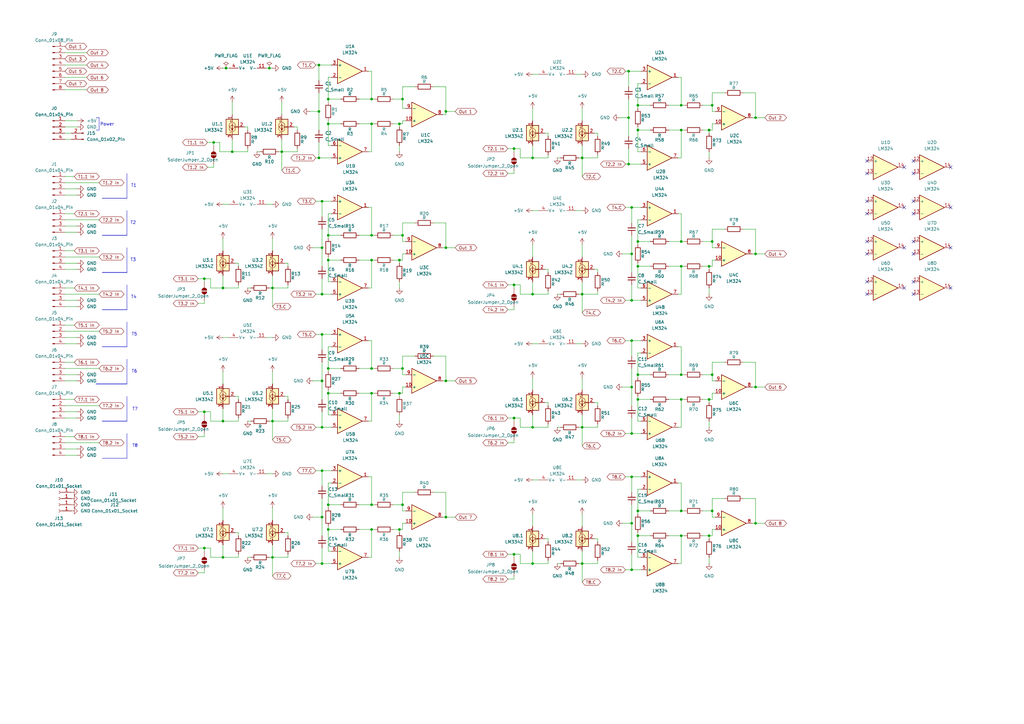
<source format=kicad_sch>
(kicad_sch (version 20231120) (generator "eeschema") (generator_version "8.0")
  (paper "A3")
  (title_block (title "GeoSense 8 module sensing circuit") (date "2025-01-14") (rev "1"))
  (junction (at 210.82 227.33))
  (junction (at 134.62 106.68))
  (junction (at 132.08 193.04))
  (junction (at 91.44 118.11))
  (junction (at 238.76 231.14))
  (junction (at 87.63 58.42))
  (junction (at 218.44 120.65))
  (junction (at 279.4 209.55))
  (junction (at 163.83 50.8))
  (junction (at 259.08 139.7))
  (junction (at 130.81 45.72))
  (junction (at 134.62 207.01))
  (junction (at 130.81 64.77))
  (junction (at 279.4 99.06))
  (junction (at 163.83 161.29))
  (junction (at 257.81 67.31))
  (junction (at 238.76 120.65))
  (junction (at 292.1 43.18))
  (junction (at 257.81 29.21))
  (junction (at 261.62 53.34))
  (junction (at 261.62 99.06))
  (junction (at 134.62 217.17))
  (junction (at 259.08 104.14))
  (junction (at 134.62 161.29))
  (junction (at 134.62 96.52))
  (junction (at 259.08 214.63))
  (junction (at 257.81 48.26))
  (junction (at 279.4 53.34))
  (junction (at 290.83 53.34))
  (junction (at 292.1 153.67))
  (junction (at 134.62 40.64))
  (junction (at 152.4 106.68))
  (junction (at 152.4 40.64))
  (junction (at 261.62 109.22))
  (junction (at 279.4 109.22))
  (junction (at 110.49 27.94))
  (junction (at 132.08 101.6))
  (junction (at 130.81 26.67))
  (junction (at 238.76 64.77))
  (junction (at 91.44 228.6))
  (junction (at 111.76 172.72))
  (junction (at 292.1 99.06))
  (junction (at 259.08 158.75))
  (junction (at 152.4 151.13))
  (junction (at 218.44 231.14))
  (junction (at 261.62 163.83))
  (junction (at 259.08 177.8))
  (junction (at 210.82 116.84))
  (junction (at 132.08 120.65))
  (junction (at 111.76 228.6))
  (junction (at 92.71 27.94))
  (junction (at 163.83 217.17))
  (junction (at 290.83 219.71))
  (junction (at 132.08 156.21))
  (junction (at 132.08 175.26))
  (junction (at 309.88 158.75))
  (junction (at 165.1 151.13))
  (junction (at 259.08 85.09))
  (junction (at 218.44 175.26))
  (junction (at 83.82 114.3))
  (junction (at 309.88 104.14))
  (junction (at 290.83 109.22))
  (junction (at 261.62 43.18))
  (junction (at 91.44 172.72))
  (junction (at 259.08 195.58))
  (junction (at 261.62 153.67))
  (junction (at 152.4 217.17))
  (junction (at 132.08 82.55))
  (junction (at 152.4 96.52))
  (junction (at 279.4 153.67))
  (junction (at 182.88 156.21))
  (junction (at 292.1 209.55))
  (junction (at 83.82 224.79))
  (junction (at 261.62 219.71))
  (junction (at 115.57 62.23))
  (junction (at 182.88 45.72))
  (junction (at 95.25 62.23))
  (junction (at 210.82 60.96))
  (junction (at 134.62 151.13))
  (junction (at 132.08 137.16))
  (junction (at 309.88 48.26))
  (junction (at 290.83 163.83))
  (junction (at 152.4 50.8))
  (junction (at 152.4 207.01))
  (junction (at 134.62 50.8))
  (junction (at 111.76 118.11))
  (junction (at 309.88 214.63))
  (junction (at 259.08 233.68))
  (junction (at 163.83 106.68))
  (junction (at 165.1 207.01))
  (junction (at 83.82 168.91))
  (junction (at 165.1 96.52))
  (junction (at 261.62 209.55))
  (junction (at 132.08 231.14))
  (junction (at 259.08 123.19))
  (junction (at 238.76 175.26))
  (junction (at 279.4 219.71))
  (junction (at 132.08 212.09))
  (junction (at 279.4 163.83))
  (junction (at 210.82 171.45))
  (junction (at 279.4 43.18))
  (junction (at 182.88 101.6))
  (junction (at 165.1 40.64))
  (junction (at 218.44 64.77))
  (junction (at 152.4 161.29))
  (junction (at 182.88 212.09))
  (no_connect (at 355.6 99.06))
  (no_connect (at 355.6 71.12))
  (no_connect (at 374.65 115.57))
  (no_connect (at 374.65 104.14))
  (no_connect (at 355.6 104.14))
  (no_connect (at 370.84 118.11))
  (no_connect (at 374.65 120.65))
  (no_connect (at 355.6 82.55))
  (no_connect (at 355.6 120.65))
  (no_connect (at 374.65 82.55))
  (no_connect (at 370.84 68.58))
  (no_connect (at 355.6 115.57))
  (no_connect (at 374.65 99.06))
  (no_connect (at 374.65 87.63))
  (no_connect (at 370.84 85.09))
  (no_connect (at 355.6 66.04))
  (no_connect (at 389.89 118.11))
  (no_connect (at 389.89 68.58))
  (no_connect (at 355.6 87.63))
  (no_connect (at 389.89 101.6))
  (no_connect (at 370.84 101.6))
  (no_connect (at 374.65 66.04))
  (no_connect (at 389.89 85.09))
  (no_connect (at 374.65 71.12))
  (wire (pts (xy 210.82 171.45) (xy 210.82 172.72)))
  (wire (pts (xy 134.62 97.79) (xy 134.62 96.52)))
  (wire (pts (xy 261.62 144.78) (xy 261.62 153.67)))
  (polyline (pts (xy 52.07 162.56) (xy 52.07 172.72)))
  (wire (pts (xy 90.17 62.23) (xy 95.25 62.23)))
  (wire (pts (xy 161.29 96.52) (xy 165.1 96.52)))
  (wire (pts (xy 26.67 138.43) (xy 31.75 138.43)))
  (wire (pts (xy 210.82 227.33) (xy 210.82 228.6)))
  (wire (pts (xy 256.54 85.09) (xy 259.08 85.09)))
  (wire (pts (xy 134.62 152.4) (xy 134.62 151.13)))
  (wire (pts (xy 259.08 139.7) (xy 259.08 146.05)))
  (wire (pts (xy 161.29 217.17) (xy 163.83 217.17)))
  (wire (pts (xy 83.82 233.68) (xy 83.82 234.95)))
  (wire (pts (xy 182.88 156.21) (xy 182.88 146.05)))
  (wire (pts (xy 101.6 118.11) (xy 102.87 118.11)))
  (wire (pts (xy 132.08 212.09) (xy 132.08 219.71)))
  (wire (pts (xy 309.88 158.75) (xy 309.88 148.59)))
  (wire (pts (xy 132.08 193.04) (xy 135.89 193.04)))
  (wire (pts (xy 165.1 153.67) (xy 166.37 153.67)))
  (wire (pts (xy 115.57 57.15) (xy 115.57 62.23)))
  (wire (pts (xy 83.82 123.19) (xy 83.82 124.46)))
  (wire (pts (xy 165.1 209.55) (xy 166.37 209.55)))
  (wire (pts (xy 279.4 109.22) (xy 280.67 109.22)))
  (wire (pts (xy 132.08 231.14) (xy 135.89 231.14)))
  (wire (pts (xy 110.49 228.6) (xy 111.76 228.6)))
  (wire (pts (xy 259.08 171.45) (xy 259.08 177.8)))
  (wire (pts (xy 210.82 125.73) (xy 210.82 127)))
  (wire (pts (xy 163.83 217.17) (xy 165.1 217.17)))
  (wire (pts (xy 91.44 152.4) (xy 91.44 157.48)))
  (wire (pts (xy 308.61 104.14) (xy 309.88 104.14)))
  (wire (pts (xy 290.83 109.22) (xy 290.83 110.49)))
  (wire (pts (xy 86.36 118.11) (xy 86.36 114.3)))
  (wire (pts (xy 213.36 64.77) (xy 213.36 60.96)))
  (wire (pts (xy 292.1 93.98) (xy 292.1 99.06)))
  (wire (pts (xy 256.54 177.8) (xy 259.08 177.8)))
  (wire (pts (xy 83.82 224.79) (xy 86.36 224.79)))
  (wire (pts (xy 278.13 142.24) (xy 279.4 142.24)))
  (wire (pts (xy 262.89 34.29) (xy 261.62 34.29)))
  (wire (pts (xy 288.29 153.67) (xy 292.1 153.67)))
  (wire (pts (xy 308.61 48.26) (xy 309.88 48.26)))
  (wire (pts (xy 288.29 99.06) (xy 292.1 99.06)))
  (wire (pts (xy 261.62 209.55) (xy 266.7 209.55)))
  (wire (pts (xy 292.1 161.29) (xy 292.1 163.83)))
  (wire (pts (xy 304.8 93.98) (xy 309.88 93.98)))
  (wire (pts (xy 297.18 38.1) (xy 292.1 38.1)))
  (wire (pts (xy 130.81 64.77) (xy 135.89 64.77)))
  (wire (pts (xy 129.54 175.26) (xy 132.08 175.26)))
  (wire (pts (xy 210.82 116.84) (xy 210.82 118.11)))
  (wire (pts (xy 210.82 60.96) (xy 210.82 62.23)))
  (wire (pts (xy 245.11 64.77) (xy 245.11 63.5)))
  (wire (pts (xy 259.08 104.14) (xy 259.08 111.76)))
  (wire (pts (xy 245.11 220.98) (xy 245.11 222.25)))
  (wire (pts (xy 152.4 29.21) (xy 152.4 40.64)))
  (wire (pts (xy 151.13 228.6) (xy 152.4 228.6)))
  (wire (pts (xy 26.67 72.39) (xy 30.48 72.39)))
  (wire (pts (xy 152.4 161.29) (xy 153.67 161.29)))
  (wire (pts (xy 26.67 110.49) (xy 31.75 110.49)))
  (wire (pts (xy 111.76 208.28) (xy 111.76 213.36)))
  (wire (pts (xy 81.28 224.79) (xy 83.82 224.79)))
  (wire (pts (xy 274.32 219.71) (xy 279.4 219.71)))
  (wire (pts (xy 151.13 172.72) (xy 152.4 172.72)))
  (wire (pts (xy 182.88 46.99) (xy 182.88 45.72)))
  (wire (pts (xy 279.4 219.71) (xy 280.67 219.71)))
  (wire (pts (xy 91.44 27.94) (xy 92.71 27.94)))
  (polyline (pts (xy 41.91 111.76) (xy 52.07 111.76)))
  (wire (pts (xy 95.25 57.15) (xy 95.25 62.23)))
  (wire (pts (xy 288.29 53.34) (xy 290.83 53.34)))
  (wire (pts (xy 278.13 198.12) (xy 279.4 198.12)))
  (wire (pts (xy 228.6 64.77) (xy 229.87 64.77)))
  (wire (pts (xy 134.62 41.91) (xy 134.62 40.64)))
  (wire (pts (xy 177.8 91.44) (xy 182.88 91.44)))
  (wire (pts (xy 81.28 168.91) (xy 83.82 168.91)))
  (wire (pts (xy 26.67 140.97) (xy 31.75 140.97)))
  (wire (pts (xy 35.56 36.83) (xy 26.67 36.83)))
  (wire (pts (xy 261.62 44.45) (xy 261.62 43.18)))
  (wire (pts (xy 132.08 156.21) (xy 132.08 163.83)))
  (wire (pts (xy 165.1 96.52) (xy 165.1 99.06)))
  (wire (pts (xy 292.1 106.68) (xy 292.1 109.22)))
  (wire (pts (xy 83.82 114.3) (xy 83.82 115.57)))
  (wire (pts (xy 132.08 137.16) (xy 132.08 143.51)))
  (wire (pts (xy 292.1 209.55) (xy 292.1 212.09)))
  (wire (pts (xy 297.18 93.98) (xy 292.1 93.98)))
  (wire (pts (xy 97.79 163.83) (xy 97.79 162.56)))
  (wire (pts (xy 288.29 209.55) (xy 292.1 209.55)))
  (wire (pts (xy 91.44 138.43) (xy 93.98 138.43)))
  (wire (pts (xy 261.62 172.72) (xy 261.62 163.83)))
  (wire (pts (xy 26.67 135.89) (xy 40.64 135.89)))
  (wire (pts (xy 279.4 99.06) (xy 280.67 99.06)))
  (wire (pts (xy 223.52 110.49) (xy 224.79 110.49)))
  (wire (pts (xy 243.84 165.1) (xy 245.11 165.1)))
  (wire (pts (xy 87.63 58.42) (xy 87.63 59.69)))
  (wire (pts (xy 26.67 87.63) (xy 30.48 87.63)))
  (wire (pts (xy 151.13 195.58) (xy 152.4 195.58)))
  (wire (pts (xy 243.84 110.49) (xy 245.11 110.49)))
  (wire (pts (xy 279.4 198.12) (xy 279.4 209.55)))
  (wire (pts (xy 256.54 67.31) (xy 257.81 67.31)))
  (wire (pts (xy 26.67 168.91) (xy 31.75 168.91)))
  (wire (pts (xy 134.62 87.63) (xy 134.62 96.52)))
  (wire (pts (xy 116.84 218.44) (xy 118.11 218.44)))
  (wire (pts (xy 110.49 118.11) (xy 111.76 118.11)))
  (wire (pts (xy 97.79 109.22) (xy 97.79 107.95)))
  (wire (pts (xy 132.08 101.6) (xy 132.08 109.22)))
  (wire (pts (xy 26.67 125.73) (xy 31.75 125.73)))
  (wire (pts (xy 152.4 172.72) (xy 152.4 161.29)))
  (wire (pts (xy 130.81 38.1) (xy 130.81 45.72)))
  (polyline (pts (xy 41.91 142.24) (xy 52.07 142.24)))
  (wire (pts (xy 224.79 231.14) (xy 224.79 229.87)))
  (wire (pts (xy 161.29 40.64) (xy 165.1 40.64)))
  (wire (pts (xy 288.29 163.83) (xy 290.83 163.83)))
  (wire (pts (xy 238.76 120.65) (xy 238.76 128.27)))
  (wire (pts (xy 83.82 114.3) (xy 86.36 114.3)))
  (wire (pts (xy 135.89 226.06) (xy 134.62 226.06)))
  (wire (pts (xy 218.44 210.82) (xy 218.44 215.9)))
  (wire (pts (xy 134.62 160.02) (xy 134.62 161.29)))
  (wire (pts (xy 101.6 53.34) (xy 101.6 52.07)))
  (wire (pts (xy 86.36 172.72) (xy 86.36 168.91)))
  (wire (pts (xy 262.89 172.72) (xy 261.62 172.72)))
  (wire (pts (xy 279.4 120.65) (xy 279.4 109.22)))
  (wire (pts (xy 135.89 115.57) (xy 134.62 115.57)))
  (polyline (pts (xy 39.37 157.48) (xy 52.07 157.48)))
  (wire (pts (xy 166.37 104.14) (xy 165.1 104.14)))
  (wire (pts (xy 218.44 44.45) (xy 218.44 49.53)))
  (wire (pts (xy 165.1 151.13) (xy 165.1 153.67)))
  (wire (pts (xy 81.28 124.46) (xy 83.82 124.46)))
  (wire (pts (xy 96.52 218.44) (xy 97.79 218.44)))
  (wire (pts (xy 147.32 151.13) (xy 152.4 151.13)))
  (wire (pts (xy 100.33 52.07) (xy 101.6 52.07)))
  (wire (pts (xy 210.82 116.84) (xy 213.36 116.84)))
  (wire (pts (xy 290.83 163.83) (xy 292.1 163.83)))
  (wire (pts (xy 274.32 43.18) (xy 279.4 43.18)))
  (wire (pts (xy 213.36 64.77) (xy 218.44 64.77)))
  (wire (pts (xy 292.1 212.09) (xy 293.37 212.09)))
  (wire (pts (xy 228.6 231.14) (xy 229.87 231.14)))
  (wire (pts (xy 257.81 29.21) (xy 262.89 29.21)))
  (wire (pts (xy 237.49 231.14) (xy 238.76 231.14)))
  (wire (pts (xy 147.32 50.8) (xy 152.4 50.8)))
  (wire (pts (xy 35.56 31.75) (xy 26.67 31.75)))
  (wire (pts (xy 218.44 64.77) (xy 224.79 64.77)))
  (polyline (pts (xy 52.07 132.08) (xy 52.07 142.24)))
  (wire (pts (xy 129.54 120.65) (xy 132.08 120.65)))
  (wire (pts (xy 110.49 172.72) (xy 111.76 172.72)))
  (wire (pts (xy 182.88 156.21) (xy 186.69 156.21)))
  (wire (pts (xy 259.08 195.58) (xy 262.89 195.58)))
  (wire (pts (xy 210.82 180.34) (xy 210.82 181.61)))
  (wire (pts (xy 135.89 142.24) (xy 134.62 142.24)))
  (wire (pts (xy 181.61 101.6) (xy 182.88 101.6)))
  (wire (pts (xy 95.25 41.91) (xy 95.25 46.99)))
  (wire (pts (xy 290.83 163.83) (xy 290.83 165.1)))
  (wire (pts (xy 290.83 118.11) (xy 290.83 120.65)))
  (wire (pts (xy 278.13 87.63) (xy 279.4 87.63)))
  (wire (pts (xy 129.54 193.04) (xy 132.08 193.04)))
  (wire (pts (xy 166.37 158.75) (xy 165.1 158.75)))
  (wire (pts (xy 218.44 175.26) (xy 224.79 175.26)))
  (wire (pts (xy 161.29 106.68) (xy 163.83 106.68)))
  (wire (pts (xy 163.83 226.06) (xy 163.83 228.6)))
  (wire (pts (xy 238.76 86.36) (xy 236.22 86.36)))
  (wire (pts (xy 111.76 228.6) (xy 111.76 236.22)))
  (wire (pts (xy 26.67 179.07) (xy 30.48 179.07)))
  (wire (pts (xy 181.61 156.21) (xy 182.88 156.21)))
  (wire (pts (xy 81.28 179.07) (xy 83.82 179.07)))
  (wire (pts (xy 290.83 53.34) (xy 292.1 53.34)))
  (wire (pts (xy 132.08 82.55) (xy 135.89 82.55)))
  (wire (pts (xy 213.36 231.14) (xy 213.36 227.33)))
  (wire (pts (xy 132.08 175.26) (xy 135.89 175.26)))
  (wire (pts (xy 255.27 214.63) (xy 259.08 214.63)))
  (wire (pts (xy 290.83 53.34) (xy 290.83 54.61)))
  (wire (pts (xy 111.76 138.43) (xy 109.22 138.43)))
  (wire (pts (xy 238.76 154.94) (xy 238.76 160.02)))
  (wire (pts (xy 111.76 118.11) (xy 118.11 118.11)))
  (polyline (pts (xy 52.07 147.32) (xy 52.07 157.48)))
  (wire (pts (xy 177.8 201.93) (xy 182.88 201.93)))
  (wire (pts (xy 134.62 96.52) (xy 139.7 96.52)))
  (wire (pts (xy 152.4 85.09) (xy 152.4 96.52)))
  (wire (pts (xy 26.67 54.61) (xy 29.21 54.61)))
  (wire (pts (xy 132.08 120.65) (xy 135.89 120.65)))
  (wire (pts (xy 213.36 231.14) (xy 218.44 231.14)))
  (wire (pts (xy 165.1 214.63) (xy 165.1 217.17)))
  (wire (pts (xy 279.4 64.77) (xy 279.4 53.34)))
  (wire (pts (xy 259.08 214.63) (xy 259.08 222.25)))
  (polyline (pts (xy 52.07 116.84) (xy 52.07 127)))
  (wire (pts (xy 166.37 49.53) (xy 165.1 49.53)))
  (wire (pts (xy 26.67 186.69) (xy 31.75 186.69)))
  (wire (pts (xy 279.4 163.83) (xy 280.67 163.83)))
  (wire (pts (xy 91.44 194.31) (xy 93.98 194.31)))
  (polyline (pts (xy 52.07 101.6) (xy 52.07 111.76)))
  (wire (pts (xy 238.76 196.85) (xy 236.22 196.85)))
  (wire (pts (xy 218.44 30.48) (xy 220.98 30.48)))
  (wire (pts (xy 261.62 153.67) (xy 266.7 153.67)))
  (wire (pts (xy 238.76 140.97) (xy 236.22 140.97)))
  (wire (pts (xy 243.84 54.61) (xy 245.11 54.61)))
  (wire (pts (xy 278.13 175.26) (xy 279.4 175.26)))
  (wire (pts (xy 121.92 62.23) (xy 121.92 60.96)))
  (wire (pts (xy 224.79 55.88) (xy 224.79 54.61)))
  (wire (pts (xy 261.62 228.6) (xy 261.62 219.71)))
  (wire (pts (xy 223.52 220.98) (xy 224.79 220.98)))
  (wire (pts (xy 278.13 64.77) (xy 279.4 64.77)))
  (wire (pts (xy 259.08 85.09) (xy 259.08 91.44)))
  (wire (pts (xy 118.11 172.72) (xy 118.11 171.45)))
  (wire (pts (xy 238.76 59.69) (xy 238.76 64.77)))
  (wire (pts (xy 237.49 64.77) (xy 238.76 64.77)))
  (wire (pts (xy 163.83 115.57) (xy 163.83 118.11)))
  (wire (pts (xy 134.62 226.06) (xy 134.62 217.17)))
  (wire (pts (xy 290.83 172.72) (xy 290.83 175.26)))
  (wire (pts (xy 238.76 115.57) (xy 238.76 120.65)))
  (wire (pts (xy 261.62 162.56) (xy 261.62 163.83)))
  (wire (pts (xy 91.44 167.64) (xy 91.44 172.72)))
  (wire (pts (xy 83.82 168.91) (xy 83.82 170.18)))
  (polyline (pts (xy 41.91 127) (xy 52.07 127)))
  (wire (pts (xy 279.4 87.63) (xy 279.4 99.06)))
  (wire (pts (xy 26.67 181.61) (xy 40.64 181.61)))
  (wire (pts (xy 257.81 29.21) (xy 257.81 35.56)))
  (polyline (pts (xy 41.91 96.52) (xy 52.07 96.52)))
  (wire (pts (xy 297.18 148.59) (xy 292.1 148.59)))
  (wire (pts (xy 134.62 142.24) (xy 134.62 151.13)))
  (wire (pts (xy 238.76 231.14) (xy 245.11 231.14)))
  (wire (pts (xy 218.44 100.33) (xy 218.44 105.41)))
  (wire (pts (xy 128.27 156.21) (xy 132.08 156.21)))
  (wire (pts (xy 177.8 35.56) (xy 182.88 35.56)))
  (wire (pts (xy 152.4 62.23) (xy 152.4 50.8)))
  (wire (pts (xy 213.36 120.65) (xy 213.36 116.84)))
  (wire (pts (xy 163.83 106.68) (xy 165.1 106.68)))
  (wire (pts (xy 134.62 59.69) (xy 134.62 50.8)))
  (wire (pts (xy 134.62 105.41) (xy 134.62 106.68)))
  (wire (pts (xy 181.61 212.09) (xy 182.88 212.09)))
  (wire (pts (xy 182.88 212.09) (xy 186.69 212.09)))
  (wire (pts (xy 134.62 49.53) (xy 134.62 50.8)))
  (wire (pts (xy 224.79 111.76) (xy 224.79 110.49)))
  (wire (pts (xy 86.36 228.6) (xy 86.36 224.79)))
  (wire (pts (xy 238.76 175.26) (xy 238.76 182.88)))
  (wire (pts (xy 237.49 120.65) (xy 238.76 120.65)))
  (wire (pts (xy 26.67 57.15) (xy 29.21 57.15)))
  (wire (pts (xy 261.62 52.07) (xy 261.62 53.34)))
  (wire (pts (xy 292.1 101.6) (xy 293.37 101.6)))
  (wire (pts (xy 96.52 162.56) (xy 97.79 162.56)))
  (wire (pts (xy 262.89 144.78) (xy 261.62 144.78)))
  (wire (pts (xy 91.44 118.11) (xy 97.79 118.11)))
  (wire (pts (xy 26.67 102.87) (xy 30.48 102.87)))
  (wire (pts (xy 228.6 175.26) (xy 229.87 175.26)))
  (wire (pts (xy 256.54 29.21) (xy 257.81 29.21)))
  (wire (pts (xy 165.1 44.45) (xy 166.37 44.45)))
  (wire (pts (xy 111.76 223.52) (xy 111.76 228.6)))
  (wire (pts (xy 224.79 222.25) (xy 224.79 220.98)))
  (wire (pts (xy 261.62 163.83) (xy 266.7 163.83)))
  (wire (pts (xy 210.82 171.45) (xy 213.36 171.45)))
  (wire (pts (xy 132.08 82.55) (xy 132.08 88.9)))
  (wire (pts (xy 111.76 27.94) (xy 110.49 27.94)))
  (wire (pts (xy 165.1 158.75) (xy 165.1 161.29)))
  (wire (pts (xy 261.62 99.06) (xy 266.7 99.06)))
  (wire (pts (xy 151.13 62.23) (xy 152.4 62.23)))
  (wire (pts (xy 91.44 208.28) (xy 91.44 213.36)))
  (wire (pts (xy 86.36 118.11) (xy 91.44 118.11)))
  (wire (pts (xy 256.54 139.7) (xy 259.08 139.7)))
  (wire (pts (xy 147.32 161.29) (xy 152.4 161.29)))
  (wire (pts (xy 110.49 27.94) (xy 109.22 27.94)))
  (wire (pts (xy 118.11 118.11) (xy 118.11 116.84)))
  (wire (pts (xy 308.61 158.75) (xy 309.88 158.75)))
  (wire (pts (xy 91.44 113.03) (xy 91.44 118.11)))
  (wire (pts (xy 218.44 140.97) (xy 220.98 140.97)))
  (wire (pts (xy 152.4 118.11) (xy 152.4 106.68)))
  (wire (pts (xy 259.08 85.09) (xy 262.89 85.09)))
  (wire (pts (xy 134.62 50.8) (xy 139.7 50.8)))
  (wire (pts (xy 279.4 53.34) (xy 280.67 53.34)))
  (wire (pts (xy 134.62 40.64) (xy 139.7 40.64)))
  (wire (pts (xy 147.32 40.64) (xy 152.4 40.64)))
  (wire (pts (xy 26.67 90.17) (xy 40.64 90.17)))
  (wire (pts (xy 290.83 62.23) (xy 290.83 64.77)))
  (wire (pts (xy 208.28 71.12) (xy 210.82 71.12)))
  (wire (pts (xy 26.67 120.65) (xy 40.64 120.65)))
  (wire (pts (xy 255.27 158.75) (xy 259.08 158.75)))
  (wire (pts (xy 91.44 172.72) (xy 97.79 172.72)))
  (wire (pts (xy 147.32 207.01) (xy 152.4 207.01)))
  (wire (pts (xy 130.81 26.67) (xy 135.89 26.67)))
  (wire (pts (xy 129.54 82.55) (xy 132.08 82.55)))
  (wire (pts (xy 292.1 45.72) (xy 293.37 45.72)))
  (wire (pts (xy 238.76 231.14) (xy 238.76 238.76)))
  (wire (pts (xy 127 45.72) (xy 130.81 45.72)))
  (wire (pts (xy 245.11 231.14) (xy 245.11 229.87)))
  (wire (pts (xy 129.54 231.14) (xy 132.08 231.14)))
  (wire (pts (xy 132.08 137.16) (xy 135.89 137.16)))
  (wire (pts (xy 261.62 100.33) (xy 261.62 99.06)))
  (wire (pts (xy 261.62 109.22) (xy 266.7 109.22)))
  (wire (pts (xy 309.88 48.26) (xy 309.88 38.1)))
  (wire (pts (xy 163.83 170.18) (xy 163.83 172.72)))
  (wire (pts (xy 278.13 120.65) (xy 279.4 120.65)))
  (polyline (pts (xy 41.91 81.28) (xy 52.07 81.28)))
  (wire (pts (xy 134.62 198.12) (xy 134.62 207.01)))
  (wire (pts (xy 213.36 120.65) (xy 218.44 120.65)))
  (wire (pts (xy 261.62 218.44) (xy 261.62 219.71)))
  (wire (pts (xy 182.88 212.09) (xy 182.88 201.93)))
  (wire (pts (xy 256.54 195.58) (xy 259.08 195.58)))
  (wire (pts (xy 161.29 161.29) (xy 163.83 161.29)))
  (wire (pts (xy 238.76 226.06) (xy 238.76 231.14)))
  (wire (pts (xy 262.89 62.23) (xy 261.62 62.23)))
  (wire (pts (xy 130.81 26.67) (xy 130.81 33.02)))
  (wire (pts (xy 279.4 153.67) (xy 280.67 153.67)))
  (wire (pts (xy 218.44 231.14) (xy 224.79 231.14)))
  (wire (pts (xy 245.11 120.65) (xy 245.11 119.38)))
  (wire (pts (xy 309.88 48.26) (xy 313.69 48.26)))
  (wire (pts (xy 101.6 62.23) (xy 101.6 60.96)))
  (wire (pts (xy 85.09 58.42) (xy 87.63 58.42)))
  (wire (pts (xy 130.81 58.42) (xy 130.81 64.77)))
  (wire (pts (xy 210.82 227.33) (xy 213.36 227.33)))
  (wire (pts (xy 118.11 107.95) (xy 118.11 109.22)))
  (wire (pts (xy 259.08 123.19) (xy 262.89 123.19)))
  (wire (pts (xy 115.57 62.23) (xy 121.92 62.23)))
  (wire (pts (xy 259.08 227.33) (xy 259.08 233.68)))
  (wire (pts (xy 309.88 104.14) (xy 313.69 104.14)))
  (wire (pts (xy 279.4 142.24) (xy 279.4 153.67)))
  (wire (pts (xy 261.62 210.82) (xy 261.62 209.55)))
  (wire (pts (xy 238.76 120.65) (xy 245.11 120.65)))
  (wire (pts (xy 170.18 91.44) (xy 165.1 91.44)))
  (wire (pts (xy 304.8 38.1) (xy 309.88 38.1)))
  (wire (pts (xy 91.44 83.82) (xy 93.98 83.82)))
  (wire (pts (xy 152.4 50.8) (xy 153.67 50.8)))
  (wire (pts (xy 238.76 170.18) (xy 238.76 175.26)))
  (wire (pts (xy 297.18 204.47) (xy 292.1 204.47)))
  (wire (pts (xy 86.36 172.72) (xy 91.44 172.72)))
  (wire (pts (xy 147.32 106.68) (xy 152.4 106.68)))
  (wire (pts (xy 152.4 106.68) (xy 153.67 106.68)))
  (wire (pts (xy 26.67 133.35) (xy 30.48 133.35)))
  (wire (pts (xy 238.76 44.45) (xy 238.76 49.53)))
  (wire (pts (xy 26.67 74.93) (xy 40.64 74.93)))
  (wire (pts (xy 279.4 43.18) (xy 280.67 43.18)))
  (wire (pts (xy 111.76 83.82) (xy 109.22 83.82)))
  (wire (pts (xy 182.88 45.72) (xy 182.88 35.56)))
  (wire (pts (xy 309.88 214.63) (xy 309.88 204.47)))
  (wire (pts (xy 26.67 123.19) (xy 31.75 123.19)))
  (wire (pts (xy 259.08 207.01) (xy 259.08 214.63)))
  (wire (pts (xy 163.83 50.8) (xy 163.83 52.07)))
  (wire (pts (xy 35.56 26.67) (xy 26.67 26.67)))
  (wire (pts (xy 134.62 31.75) (xy 134.62 40.64)))
  (wire (pts (xy 129.54 26.67) (xy 130.81 26.67)))
  (wire (pts (xy 261.62 90.17) (xy 261.62 99.06)))
  (wire (pts (xy 274.32 153.67) (xy 279.4 153.67)))
  (wire (pts (xy 238.76 175.26) (xy 245.11 175.26)))
  (wire (pts (xy 257.81 60.96) (xy 257.81 67.31)))
  (polyline (pts (xy 39.37 157.48) (xy 52.07 157.48)))
  (wire (pts (xy 182.88 101.6) (xy 182.88 91.44)))
  (wire (pts (xy 132.08 168.91) (xy 132.08 175.26)))
  (wire (pts (xy 170.18 35.56) (xy 165.1 35.56)))
  (wire (pts (xy 26.67 166.37) (xy 40.64 166.37)))
  (wire (pts (xy 26.67 148.59) (xy 30.48 148.59)))
  (wire (pts (xy 121.92 52.07) (xy 121.92 53.34)))
  (wire (pts (xy 218.44 86.36) (xy 220.98 86.36)))
  (wire (pts (xy 111.76 167.64) (xy 111.76 172.72)))
  (wire (pts (xy 111.76 172.72) (xy 118.11 172.72)))
  (wire (pts (xy 91.44 97.79) (xy 91.44 102.87)))
  (wire (pts (xy 134.62 106.68) (xy 139.7 106.68)))
  (wire (pts (xy 116.84 107.95) (xy 118.11 107.95)))
  (wire (pts (xy 177.8 146.05) (xy 182.88 146.05)))
  (wire (pts (xy 259.08 158.75) (xy 259.08 166.37)))
  (wire (pts (xy 91.44 228.6) (xy 97.79 228.6)))
  (wire (pts (xy 134.62 217.17) (xy 139.7 217.17)))
  (wire (pts (xy 111.76 113.03) (xy 111.76 118.11)))
  (wire (pts (xy 152.4 40.64) (xy 153.67 40.64)))
  (polyline (pts (xy 52.07 177.8) (xy 52.07 187.96)))
  (wire (pts (xy 210.82 236.22) (xy 210.82 237.49)))
  (wire (pts (xy 134.62 151.13) (xy 139.7 151.13)))
  (wire (pts (xy 293.37 50.8) (xy 292.1 50.8)))
  (wire (pts (xy 238.76 64.77) (xy 245.11 64.77)))
  (wire (pts (xy 228.6 120.65) (xy 229.87 120.65)))
  (wire (pts (xy 261.62 107.95) (xy 261.62 109.22)))
  (wire (pts (xy 111.76 194.31) (xy 109.22 194.31)))
  (wire (pts (xy 147.32 96.52) (xy 152.4 96.52)))
  (wire (pts (xy 245.11 110.49) (xy 245.11 111.76)))
  (wire (pts (xy 135.89 170.18) (xy 134.62 170.18)))
  (wire (pts (xy 118.11 218.44) (xy 118.11 219.71)))
  (wire (pts (xy 163.83 161.29) (xy 163.83 162.56)))
  (wire (pts (xy 129.54 64.77) (xy 130.81 64.77)))
  (wire (pts (xy 91.44 223.52) (xy 91.44 228.6)))
  (wire (pts (xy 163.83 106.68) (xy 163.83 107.95)))
  (wire (pts (xy 97.79 172.72) (xy 97.79 171.45)))
  (wire (pts (xy 259.08 139.7) (xy 262.89 139.7)))
  (wire (pts (xy 151.13 139.7) (xy 152.4 139.7)))
  (wire (pts (xy 255.27 104.14) (xy 259.08 104.14)))
  (wire (pts (xy 163.83 59.69) (xy 163.83 62.23)))
  (wire (pts (xy 130.81 45.72) (xy 130.81 53.34)))
  (wire (pts (xy 111.76 152.4) (xy 111.76 157.48)))
  (wire (pts (xy 26.67 105.41) (xy 40.64 105.41)))
  (wire (pts (xy 274.32 109.22) (xy 279.4 109.22)))
  (polyline (pts (xy 52.07 71.12) (xy 52.07 81.28)))
  (wire (pts (xy 308.61 214.63) (xy 309.88 214.63)))
  (wire (pts (xy 116.84 162.56) (xy 118.11 162.56)))
  (wire (pts (xy 288.29 43.18) (xy 292.1 43.18)))
  (wire (pts (xy 128.27 101.6) (xy 132.08 101.6)))
  (wire (pts (xy 152.4 217.17) (xy 153.67 217.17)))
  (wire (pts (xy 129.54 137.16) (xy 132.08 137.16)))
  (wire (pts (xy 135.89 59.69) (xy 134.62 59.69)))
  (wire (pts (xy 261.62 53.34) (xy 266.7 53.34)))
  (polyline (pts (xy 39.37 53.34) (xy 40.64 53.34)))
  (wire (pts (xy 304.8 204.47) (xy 309.88 204.47)))
  (wire (pts (xy 257.81 67.31) (xy 262.89 67.31)))
  (wire (pts (xy 101.6 172.72) (xy 102.87 172.72)))
  (wire (pts (xy 163.83 50.8) (xy 165.1 50.8)))
  (wire (pts (xy 83.82 168.91) (xy 86.36 168.91)))
  (wire (pts (xy 274.32 53.34) (xy 279.4 53.34)))
  (wire (pts (xy 224.79 64.77) (xy 224.79 63.5)))
  (wire (pts (xy 279.4 209.55) (xy 280.67 209.55)))
  (wire (pts (xy 105.41 62.23) (xy 106.68 62.23)))
  (polyline (pts (xy 41.91 111.76) (xy 52.07 111.76)))
  (wire (pts (xy 163.83 161.29) (xy 165.1 161.29)))
  (wire (pts (xy 90.17 62.23) (xy 90.17 58.42)))
  (wire (pts (xy 152.4 228.6) (xy 152.4 217.17)))
  (wire (pts (xy 165.1 104.14) (xy 165.1 106.68)))
  (wire (pts (xy 120.65 52.07) (xy 121.92 52.07)))
  (wire (pts (xy 111.76 97.79) (xy 111.76 102.87)))
  (wire (pts (xy 31.75 52.07) (xy 26.67 52.07)))
  (wire (pts (xy 152.4 195.58) (xy 152.4 207.01)))
  (wire (pts (xy 134.62 208.28) (xy 134.62 207.01)))
  (wire (pts (xy 259.08 151.13) (xy 259.08 158.75)))
  (wire (pts (xy 92.71 27.94) (xy 93.98 27.94)))
  (wire (pts (xy 290.83 219.71) (xy 290.83 220.98)))
  (polyline (pts (xy 41.91 187.96) (xy 52.07 187.96)))
  (wire (pts (xy 26.67 80.01) (xy 31.75 80.01)))
  (wire (pts (xy 161.29 50.8) (xy 163.83 50.8)))
  (wire (pts (xy 218.44 154.94) (xy 218.44 160.02)))
  (wire (pts (xy 208.28 227.33) (xy 210.82 227.33)))
  (wire (pts (xy 257.81 48.26) (xy 257.81 55.88)))
  (wire (pts (xy 309.88 158.75) (xy 313.69 158.75)))
  (wire (pts (xy 134.62 115.57) (xy 134.62 106.68)))
  (wire (pts (xy 165.1 99.06) (xy 166.37 99.06)))
  (wire (pts (xy 304.8 148.59) (xy 309.88 148.59)))
  (wire (pts (xy 218.44 170.18) (xy 218.44 175.26)))
  (wire (pts (xy 218.44 115.57) (xy 218.44 120.65)))
  (wire (pts (xy 274.32 209.55) (xy 279.4 209.55)))
  (wire (pts (xy 165.1 91.44) (xy 165.1 96.52)))
  (wire (pts (xy 181.61 46.99) (xy 182.88 46.99)))
  (wire (pts (xy 152.4 151.13) (xy 153.67 151.13)))
  (wire (pts (xy 261.62 154.94) (xy 261.62 153.67)))
  (wire (pts (xy 208.28 181.61) (xy 210.82 181.61)))
  (wire (pts (xy 26.67 151.13) (xy 40.64 151.13)))
  (wire (pts (xy 259.08 177.8) (xy 262.89 177.8)))
  (wire (pts (xy 256.54 233.68) (xy 259.08 233.68)))
  (wire (pts (xy 152.4 207.01) (xy 153.67 207.01)))
  (wire (pts (xy 292.1 43.18) (xy 292.1 45.72)))
  (polyline (pts (xy 41.91 127) (xy 52.07 127)))
  (wire (pts (xy 26.67 171.45) (xy 31.75 171.45)))
  (wire (pts (xy 97.79 118.11) (xy 97.79 116.84)))
  (wire (pts (xy 223.52 54.61) (xy 224.79 54.61)))
  (wire (pts (xy 165.1 207.01) (xy 165.1 209.55)))
  (wire (pts (xy 208.28 127) (xy 210.82 127)))
  (wire (pts (xy 224.79 166.37) (xy 224.79 165.1)))
  (wire (pts (xy 26.67 107.95) (xy 31.75 107.95)))
  (wire (pts (xy 134.62 207.01) (xy 139.7 207.01)))
  (wire (pts (xy 26.67 118.11) (xy 30.48 118.11)))
  (wire (pts (xy 26.67 156.21) (xy 31.75 156.21)))
  (wire (pts (xy 134.62 215.9) (xy 134.62 217.17)))
  (wire (pts (xy 288.29 219.71) (xy 290.83 219.71)))
  (wire (pts (xy 261.62 43.18) (xy 266.7 43.18)))
  (wire (pts (xy 182.88 101.6) (xy 186.69 101.6)))
  (wire (pts (xy 238.76 30.48) (xy 236.22 30.48)))
  (wire (pts (xy 26.67 49.53) (xy 31.75 49.53)))
  (wire (pts (xy 161.29 151.13) (xy 165.1 151.13)))
  (wire (pts (xy 111.76 118.11) (xy 111.76 125.73)))
  (polyline (pts (xy 41.91 172.72) (xy 52.07 172.72)))
  (wire (pts (xy 279.4 31.75) (xy 279.4 43.18)))
  (wire (pts (xy 262.89 228.6) (xy 261.62 228.6)))
  (wire (pts (xy 86.36 228.6) (xy 91.44 228.6)))
  (wire (pts (xy 261.62 62.23) (xy 261.62 53.34)))
  (wire (pts (xy 165.1 201.93) (xy 165.1 207.01)))
  (wire (pts (xy 208.28 237.49) (xy 210.82 237.49)))
  (wire (pts (xy 292.1 153.67) (xy 292.1 156.21)))
  (wire (pts (xy 218.44 226.06) (xy 218.44 231.14)))
  (wire (pts (xy 261.62 219.71) (xy 266.7 219.71)))
  (wire (pts (xy 26.67 184.15) (xy 31.75 184.15)))
  (wire (pts (xy 213.36 175.26) (xy 218.44 175.26)))
  (wire (pts (xy 293.37 161.29) (xy 292.1 161.29)))
  (wire (pts (xy 309.88 104.14) (xy 309.88 93.98)))
  (wire (pts (xy 135.89 198.12) (xy 134.62 198.12)))
  (wire (pts (xy 262.89 90.17) (xy 261.62 90.17)))
  (wire (pts (xy 292.1 148.59) (xy 292.1 153.67)))
  (wire (pts (xy 165.1 49.53) (xy 165.1 50.8)))
  (wire (pts (xy 259.08 195.58) (xy 259.08 201.93)))
  (wire (pts (xy 170.18 146.05) (xy 165.1 146.05)))
  (wire (pts (xy 132.08 204.47) (xy 132.08 212.09)))
  (wire (pts (xy 237.49 175.26) (xy 238.76 175.26)))
  (wire (pts (xy 257.81 40.64) (xy 257.81 48.26)))
  (wire (pts (xy 274.32 99.06) (xy 279.4 99.06)))
  (wire (pts (xy 290.83 219.71) (xy 292.1 219.71)))
  (wire (pts (xy 262.89 200.66) (xy 261.62 200.66)))
  (wire (pts (xy 151.13 85.09) (xy 152.4 85.09)))
  (wire (pts (xy 132.08 224.79) (xy 132.08 231.14)))
  (wire (pts (xy 166.37 214.63) (xy 165.1 214.63)))
  (wire (pts (xy 111.76 172.72) (xy 111.76 180.34)))
  (wire (pts (xy 165.1 146.05) (xy 165.1 151.13)))
  (wire (pts (xy 83.82 224.79) (xy 83.82 226.06)))
  (wire (pts (xy 261.62 118.11) (xy 261.62 109.22)))
  (wire (pts (xy 115.57 62.23) (xy 115.57 69.85)))
  (wire (pts (xy 152.4 96.52) (xy 153.67 96.52)))
  (wire (pts (xy 218.44 120.65) (xy 224.79 120.65)))
  (wire (pts (xy 292.1 50.8) (xy 292.1 53.34)))
  (wire (pts (xy 118.11 162.56) (xy 118.11 163.83)))
  (wire (pts (xy 261.62 200.66) (xy 261.62 209.55)))
  (wire (pts (xy 26.67 163.83) (xy 30.48 163.83)))
  (wire (pts (xy 290.83 228.6) (xy 290.83 231.14)))
  (wire (pts (xy 114.3 62.23) (xy 115.57 62.23)))
  (wire (pts (xy 132.08 114.3) (xy 132.08 120.65)))
  (wire (pts (xy 85.09 68.58) (xy 87.63 68.58)))
  (polyline (pts (xy 41.91 142.24) (xy 52.07 142.24)))
  (wire (pts (xy 259.08 116.84) (xy 259.08 123.19)))
  (wire (pts (xy 132.08 193.04) (xy 132.08 199.39)))
  (wire (pts (xy 292.1 204.47) (xy 292.1 209.55)))
  (wire (pts (xy 210.82 69.85) (xy 210.82 71.12)))
  (wire (pts (xy 135.89 87.63) (xy 134.62 87.63)))
  (wire (pts (xy 238.76 210.82) (xy 238.76 215.9)))
  (wire (pts (xy 95.25 62.23) (xy 101.6 62.23)))
  (wire (pts (xy 279.4 175.26) (xy 279.4 163.83)))
  (wire (pts (xy 134.62 170.18) (xy 134.62 161.29)))
  (wire (pts (xy 152.4 139.7) (xy 152.4 151.13)))
  (polyline (pts (xy 52.07 86.36) (xy 52.07 96.52)))
  (wire (pts (xy 309.88 214.63) (xy 313.69 214.63)))
  (wire (pts (xy 111.76 228.6) (xy 118.11 228.6)))
  (wire (pts (xy 147.32 217.17) (xy 152.4 217.17)))
  (wire (pts (xy 259.08 96.52) (xy 259.08 104.14)))
  (wire (pts (xy 223.52 165.1) (xy 224.79 165.1)))
  (wire (pts (xy 288.29 109.22) (xy 290.83 109.22)))
  (wire (pts (xy 151.13 29.21) (xy 152.4 29.21)))
  (wire (pts (xy 218.44 59.69) (xy 218.44 64.77)))
  (wire (pts (xy 182.88 45.72) (xy 186.69 45.72)))
  (polyline (pts (xy 41.91 96.52) (xy 52.07 96.52)))
  (wire (pts (xy 292.1 38.1) (xy 292.1 43.18)))
  (wire (pts (xy 165.1 35.56) (xy 165.1 40.64)))
  (wire (pts (xy 274.32 163.83) (xy 279.4 163.83)))
  (wire (pts (xy 115.57 41.91) (xy 115.57 46.99)))
  (wire (pts (xy 81.28 114.3) (xy 83.82 114.3)))
  (wire (pts (xy 170.18 201.93) (xy 165.1 201.93)))
  (wire (pts (xy 26.67 153.67) (xy 31.75 153.67)))
  (wire (pts (xy 134.62 161.29) (xy 139.7 161.29)))
  (wire (pts (xy 87.63 67.31) (xy 87.63 68.58)))
  (wire (pts (xy 292.1 99.06) (xy 292.1 101.6)))
  (polyline (pts (xy 41.91 172.72) (xy 52.07 172.72)))
  (wire (pts (xy 132.08 93.98) (xy 132.08 101.6)))
  (wire (pts (xy 293.37 217.17) (xy 292.1 217.17)))
  (wire (pts (xy 261.62 34.29) (xy 261.62 43.18)))
  (wire (pts (xy 213.36 175.26) (xy 213.36 171.45)))
  (wire (pts (xy 292.1 217.17) (xy 292.1 219.71)))
  (wire (pts (xy 132.08 148.59) (xy 132.08 156.21)))
  (wire (pts (xy 224.79 175.26) (xy 224.79 173.99)))
  (wire (pts (xy 101.6 228.6) (xy 102.87 228.6)))
  (wire (pts (xy 81.28 234.95) (xy 83.82 234.95)))
  (wire (pts (xy 256.54 123.19) (xy 259.08 123.19)))
  (wire (pts (xy 243.84 220.98) (xy 245.11 220.98)))
  (wire (pts (xy 161.29 207.01) (xy 165.1 207.01)))
  (wire (pts (xy 26.67 92.71) (xy 31.75 92.71)))
  (wire (pts (xy 262.89 118.11) (xy 261.62 118.11)))
  (wire (pts (xy 245.11 175.26) (xy 245.11 173.99)))
  (wire (pts (xy 238.76 100.33) (xy 238.76 105.41)))
  (wire (pts (xy 293.37 106.68) (xy 292.1 106.68)))
  (wire (pts (xy 224.79 120.65) (xy 224.79 119.38)))
  (wire (pts (xy 135.89 31.75) (xy 134.62 31.75)))
  (wire (pts (xy 245.11 54.61) (xy 245.11 55.88)))
  (wire (pts (xy 96.52 107.95) (xy 97.79 107.95)))
  (wire (pts (xy 238.76 64.77) (xy 238.76 72.39)))
  (wire (pts (xy 259.08 233.68) (xy 262.89 233.68)))
  (wire (pts (xy 245.11 165.1) (xy 245.11 166.37)))
  (polyline (pts (xy 39.37 48.26) (xy 40.64 48.26)))
  (wire (pts (xy 210.82 60.96) (xy 213.36 60.96)))
  (polyline (pts (xy 41.91 81.28) (xy 52.07 81.28)))
  (wire (pts (xy 35.56 21.59) (xy 26.67 21.59)))
  (wire (pts (xy 218.44 196.85) (xy 220.98 196.85)))
  (wire (pts (xy 208.28 116.84) (xy 210.82 116.84)))
  (wire (pts (xy 208.28 60.96) (xy 210.82 60.96)))
  (wire (pts (xy 151.13 118.11) (xy 152.4 118.11)))
  (wire (pts (xy 83.82 177.8) (xy 83.82 179.07)))
  (wire (pts (xy 278.13 231.14) (xy 279.4 231.14)))
  (wire (pts (xy 97.79 228.6) (xy 97.79 227.33)))
  (wire (pts (xy 118.11 228.6) (xy 118.11 227.33)))
  (wire (pts (xy 97.79 219.71) (xy 97.79 218.44)))
  (wire (pts (xy 87.63 58.42) (xy 90.17 58.42)))
  (wire (pts (xy 208.28 171.45) (xy 210.82 171.45)))
  (wire (pts (xy 26.67 77.47) (xy 31.75 77.47)))
  (wire (pts (xy 292.1 156.21) (xy 293.37 156.21)))
  (wire (pts (xy 279.4 231.14) (xy 279.4 219.71)))
  (wire (pts (xy 26.67 95.25) (xy 31.75 95.25)))
  (polyline (pts (xy 40.64 48.26) (xy 40.64 53.34)))
  (wire (pts (xy 290.83 109.22) (xy 292.1 109.22)))
  (wire (pts (xy 278.13 31.75) (xy 279.4 31.75)))
  (wire (pts (xy 128.27 212.09) (xy 132.08 212.09)))
  (wire (pts (xy 165.1 40.64) (xy 165.1 44.45)))
  (wire (pts (xy 254 48.26) (xy 257.81 48.26)))
  (wire (pts (xy 163.83 217.17) (xy 163.83 218.44)))
  (text "T3\n" (at 54.61 106.68 0) (effects (font (size 1.27 1.27))))
  (text "T1" (at 54.864 76.2 0) (effects (font (size 1.27 1.27))))
  (text "T2\n" (at 54.61 91.44 0) (effects (font (size 1.27 1.27))))
  (text "Power" (at 43.942 51.054 0) (effects (font (size 1.27 1.27))))
  (text "T7" (at 55.372 167.894 0) (effects (font (size 1.27 1.27))))
  (text "T5" (at 55.118 137.16 0) (effects (font (size 1.27 1.27))))
  (text "T6" (at 55.118 152.4 0) (effects (font (size 1.27 1.27))))
  (text "T8" (at 55.372 182.88 0) (effects (font (size 1.27 1.27))))
  (text "T4" (at 54.864 121.92 0) (effects (font (size 1.27 1.27))))
  (global_label "T4.2 In" (shape bidirectional) (at 40.64 120.65 0) (property "Intersheetrefs" "${INTERSHEET_REFS}" (effects (hide yes))))
  (global_label "T6.C" (shape bidirectional) (at 238.76 182.88 0) (property "Intersheetrefs" "${INTERSHEET_REFS}" (effects (hide yes))))
  (global_label "T1.C" (shape bidirectional) (at 115.57 69.85 0) (property "Intersheetrefs" "${INTERSHEET_REFS}" (effects (hide yes))))
  (global_label "T2.1 In" (shape bidirectional) (at 30.48 87.63 0) (property "Intersheetrefs" "${INTERSHEET_REFS}" (effects (hide yes))))
  (global_label "T8.1 In" (shape bidirectional) (at 208.28 227.33 180) (property "Intersheetrefs" "${INTERSHEET_REFS}" (effects (hide yes))))
  (global_label "T1.1 In" (shape bidirectional) (at 30.48 72.39 0) (property "Intersheetrefs" "${INTERSHEET_REFS}" (effects (hide yes))))
  (global_label "T6.1 In" (shape bidirectional) (at 30.48 148.59 0) (property "Intersheetrefs" "${INTERSHEET_REFS}" (effects (hide yes))))
  (global_label "Out 3" (shape bidirectional) (at 26.67 24.13 0) (property "Intersheetrefs" "${INTERSHEET_REFS}" (effects (hide yes))))
  (global_label "T1.2 In" (shape bidirectional) (at 85.09 68.58 180) (property "Intersheetrefs" "${INTERSHEET_REFS}" (effects (hide yes))))
  (global_label "Out 7" (shape bidirectional) (at 26.67 34.29 0) (property "Intersheetrefs" "${INTERSHEET_REFS}" (effects (hide yes))))
  (global_label "T4.1 In" (shape bidirectional) (at 208.28 116.84 180) (property "Intersheetrefs" "${INTERSHEET_REFS}" (effects (hide yes))))
  (global_label "T5.2 In" (shape bidirectional) (at 40.64 135.89 0) (property "Intersheetrefs" "${INTERSHEET_REFS}" (effects (hide yes))))
  (global_label "Out 4" (shape bidirectional) (at 35.56 26.67 0) (property "Intersheetrefs" "${INTERSHEET_REFS}" (effects (hide yes))))
  (global_label "T5.C" (shape bidirectional) (at 111.76 180.34 0) (property "Intersheetrefs" "${INTERSHEET_REFS}" (effects (hide yes))))
  (global_label "T7.2 In" (shape bidirectional) (at 81.28 234.95 180) (property "Intersheetrefs" "${INTERSHEET_REFS}" (effects (hide yes))))
  (global_label "T4.2 In" (shape bidirectional) (at 256.54 123.19 180) (property "Intersheetrefs" "${INTERSHEET_REFS}" (effects (hide yes))))
  (global_label "T3.2 In" (shape bidirectional) (at 40.64 105.41 0) (property "Intersheetrefs" "${INTERSHEET_REFS}" (effects (hide yes))))
  (global_label "T8.2 In" (shape bidirectional) (at 256.54 233.68 180) (property "Intersheetrefs" "${INTERSHEET_REFS}" (effects (hide yes))))
  (global_label "T7.1 In" (shape bidirectional) (at 30.48 163.83 0) (property "Intersheetrefs" "${INTERSHEET_REFS}" (effects (hide yes))))
  (global_label "T5.C" (shape bidirectional) (at 129.54 137.16 180) (property "Intersheetrefs" "${INTERSHEET_REFS}" (effects (hide yes))))
  (global_label "T3.1 In" (shape bidirectional) (at 30.48 102.87 0) (property "Intersheetrefs" "${INTERSHEET_REFS}" (effects (hide yes))))
  (global_label "T6.2 In" (shape bidirectional) (at 40.64 151.13 0) (property "Intersheetrefs" "${INTERSHEET_REFS}" (effects (hide yes))))
  (global_label "T4.2 In" (shape bidirectional) (at 208.28 127 180) (property "Intersheetrefs" "${INTERSHEET_REFS}" (effects (hide yes))))
  (global_label "Out 1" (shape bidirectional) (at 186.69 45.72 0) (property "Intersheetrefs" "${INTERSHEET_REFS}" (effects (hide yes))))
  (global_label "T4.C" (shape bidirectional) (at 256.54 85.09 180) (property "Intersheetrefs" "${INTERSHEET_REFS}" (effects (hide yes))))
  (global_label "T5.1 In" (shape bidirectional) (at 30.48 133.35 0) (property "Intersheetrefs" "${INTERSHEET_REFS}" (effects (hide yes))))
  (global_label "T2.2 In" (shape bidirectional) (at 40.64 90.17 0) (property "Intersheetrefs" "${INTERSHEET_REFS}" (effects (hide yes))))
  (global_label "T2.C" (shape bidirectional) (at 238.76 72.39 0) (property "Intersheetrefs" "${INTERSHEET_REFS}" (effects (hide yes))))
  (global_label "T7.2 In" (shape bidirectional) (at 40.64 166.37 0) (property "Intersheetrefs" "${INTERSHEET_REFS}" (effects (hide yes))))
  (global_label "Out 6" (shape bidirectional) (at 313.69 158.75 0) (property "Intersheetrefs" "${INTERSHEET_REFS}" (effects (hide yes))))
  (global_label "T8.C" (shape bidirectional) (at 238.76 238.76 0) (property "Intersheetrefs" "${INTERSHEET_REFS}" (effects (hide yes))))
  (global_label "T6.2 In" (shape bidirectional) (at 256.54 177.8 180) (property "Intersheetrefs" "${INTERSHEET_REFS}" (effects (hide yes))))
  (global_label "T2.2 In" (shape bidirectional) (at 208.28 71.12 180) (property "Intersheetrefs" "${INTERSHEET_REFS}" (effects (hide yes))))
  (global_label "Out 8" (shape bidirectional) (at 313.69 214.63 0) (property "Intersheetrefs" "${INTERSHEET_REFS}" (effects (hide yes))))
  (global_label "T3.C" (shape bidirectional) (at 111.76 125.73 0) (property "Intersheetrefs" "${INTERSHEET_REFS}" (effects (hide yes))))
  (global_label "T1.C" (shape bidirectional) (at 129.54 26.67 180) (property "Intersheetrefs" "${INTERSHEET_REFS}" (effects (hide yes))))
  (global_label "Out 5" (shape bidirectional) (at 186.69 156.21 0) (property "Intersheetrefs" "${INTERSHEET_REFS}" (effects (hide yes))))
  (global_label "Out 2" (shape bidirectional) (at 35.56 21.59 0) (property "Intersheetrefs" "${INTERSHEET_REFS}" (effects (hide yes))))
  (global_label "T7.1 In" (shape bidirectional) (at 81.28 224.79 180) (property "Intersheetrefs" "${INTERSHEET_REFS}" (effects (hide yes))))
  (global_label "T7.2 In" (shape bidirectional) (at 129.54 231.14 180) (property "Intersheetrefs" "${INTERSHEET_REFS}" (effects (hide yes))))
  (global_label "T6.2 In" (shape bidirectional) (at 208.28 181.61 180) (property "Intersheetrefs" "${INTERSHEET_REFS}" (effects (hide yes))))
  (global_label "Out 3" (shape bidirectional) (at 186.69 101.6 0) (property "Intersheetrefs" "${INTERSHEET_REFS}" (effects (hide yes))))
  (global_label "T5.2 In" (shape bidirectional) (at 129.54 175.26 180) (property "Intersheetrefs" "${INTERSHEET_REFS}" (effects (hide yes))))
  (global_label "T8.2 In" (shape bidirectional) (at 208.28 237.49 180) (property "Intersheetrefs" "${INTERSHEET_REFS}" (effects (hide yes))))
  (global_label "T1.2 In" (shape bidirectional) (at 40.64 74.93 0) (property "Intersheetrefs" "${INTERSHEET_REFS}" (effects (hide yes))))
  (global_label "T3.2 In" (shape bidirectional) (at 81.28 124.46 180) (property "Intersheetrefs" "${INTERSHEET_REFS}" (effects (hide yes))))
  (global_label "T3.C" (shape bidirectional) (at 129.54 82.55 180) (property "Intersheetrefs" "${INTERSHEET_REFS}" (effects (hide yes))))
  (global_label "T8.2 In" (shape bidirectional) (at 40.64 181.61 0) (property "Intersheetrefs" "${INTERSHEET_REFS}" (effects (hide yes))))
  (global_label "T5.2 In" (shape bidirectional) (at 81.28 179.07 180) (property "Intersheetrefs" "${INTERSHEET_REFS}" (effects (hide yes))))
  (global_label "T2.1 In" (shape bidirectional) (at 208.28 60.96 180) (property "Intersheetrefs" "${INTERSHEET_REFS}" (effects (hide yes))))
  (global_label "T2.C" (shape bidirectional) (at 256.54 29.21 180) (property "Intersheetrefs" "${INTERSHEET_REFS}" (effects (hide yes))))
  (global_label "T1.1 In" (shape bidirectional) (at 85.09 58.42 180) (property "Intersheetrefs" "${INTERSHEET_REFS}" (effects (hide yes))))
  (global_label "Out 7" (shape bidirectional) (at 186.69 212.09 0) (property "Intersheetrefs" "${INTERSHEET_REFS}" (effects (hide yes))))
  (global_label "T5.1 In" (shape bidirectional) (at 81.28 168.91 180) (property "Intersheetrefs" "${INTERSHEET_REFS}" (effects (hide yes))))
  (global_label "T1.2 In" (shape bidirectional) (at 129.54 64.77 180) (property "Intersheetrefs" "${INTERSHEET_REFS}" (effects (hide yes))))
  (global_label "Out 1" (shape bidirectional) (at 26.67 19.05 0) (property "Intersheetrefs" "${INTERSHEET_REFS}" (effects (hide yes))))
  (global_label "T7.C" (shape bidirectional) (at 129.54 193.04 180) (property "Intersheetrefs" "${INTERSHEET_REFS}" (effects (hide yes))))
  (global_label "T6.1 In" (shape bidirectional) (at 208.28 171.45 180) (property "Intersheetrefs" "${INTERSHEET_REFS}" (effects (hide yes))))
  (global_label "T4.C" (shape bidirectional) (at 238.76 128.27 0) (property "Intersheetrefs" "${INTERSHEET_REFS}" (effects (hide yes))))
  (global_label "T4.1 In" (shape bidirectional) (at 30.48 118.11 0) (property "Intersheetrefs" "${INTERSHEET_REFS}" (effects (hide yes))))
  (global_label "Out 6" (shape bidirectional) (at 35.56 31.75 0) (property "Intersheetrefs" "${INTERSHEET_REFS}" (effects (hide yes))))
  (global_label "Out 8" (shape bidirectional) (at 35.56 36.83 0) (property "Intersheetrefs" "${INTERSHEET_REFS}" (effects (hide yes))))
  (global_label "Out 2" (shape bidirectional) (at 313.69 48.26 0) (property "Intersheetrefs" "${INTERSHEET_REFS}" (effects (hide yes))))
  (global_label "Out 4" (shape bidirectional) (at 313.69 104.14 0) (property "Intersheetrefs" "${INTERSHEET_REFS}" (effects (hide yes))))
  (global_label "T3.1 In" (shape bidirectional) (at 81.28 114.3 180) (property "Intersheetrefs" "${INTERSHEET_REFS}" (effects (hide yes))))
  (global_label "T3.2 In" (shape bidirectional) (at 129.54 120.65 180) (property "Intersheetrefs" "${INTERSHEET_REFS}" (effects (hide yes))))
  (global_label "T7.C" (shape bidirectional) (at 111.76 236.22 0) (property "Intersheetrefs" "${INTERSHEET_REFS}" (effects (hide yes))))
  (global_label "Out 5" (shape bidirectional) (at 26.67 29.21 0) (property "Intersheetrefs" "${INTERSHEET_REFS}" (effects (hide yes))))
  (global_label "T8.C" (shape bidirectional) (at 256.54 195.58 180) (property "Intersheetrefs" "${INTERSHEET_REFS}" (effects (hide yes))))
  (global_label "T8.1 In" (shape bidirectional) (at 30.48 179.07 0) (property "Intersheetrefs" "${INTERSHEET_REFS}" (effects (hide yes))))
  (global_label "T2.2 In" (shape bidirectional) (at 256.54 67.31 180) (property "Intersheetrefs" "${INTERSHEET_REFS}" (effects (hide yes))))
  (global_label "T6.C" (shape bidirectional) (at 256.54 139.7 180) (property "Intersheetrefs" "${INTERSHEET_REFS}" (effects (hide yes))))
  (symbol (lib_id "power:GND") (at 31.75 110.49 90) (unit 1)
    (property "Reference" "#PWR065" (effects (hide yes)))
    (property "Value" "GND" (at 35.56 110.4899 90) (effects (justify right)))
    (property "Description" "Power symbol creates a global label with name \"GND\" , ground" (effects (hide yes)))
  )
  (symbol (lib_id "Amplifier_Operational:LM324") (at 382.27 85.09 0) (unit 4)
    (property "Reference" "U4" (at 382.27 74.93 0))
    (property "Value" "LM324" (at 382.27 77.47 0))
    (property "Footprint" "Package_SO:TSSOP-14_4.4x5mm_P0.65mm" (effects (hide yes)))
    (property "Datasheet" "http://www.ti.com/lit/ds/symlink/lm2902-n.pdf" (effects (hide yes)))
    (property "Description" "Low-Power, Quad-Operational Amplifiers, DIP-14/SOIC-14/SSOP-14" (effects (hide yes)))
  )
  (symbol (lib_id "power:GND") (at 111.76 27.94 90) (unit 1)
    (property "Reference" "#PWR02" (effects (hide yes)))
    (property "Value" "GND" (at 115.57 27.9399 90) (effects (justify right)))
    (property "Description" "Power symbol creates a global label with name \"GND\" , ground" (effects (hide yes)))
  )
  (symbol (lib_id "power:+5V") (at 238.76 210.82 0) (unit 1)
    (property "Reference" "#PWR053" (effects (hide yes)))
    (property "Value" "+5V" (at 238.76 205.74 0))
    (property "Description" "Power symbol creates a global label with name \"+5V\"" (effects (hide yes)))
  )
  (symbol (lib_id "power:+5V") (at 91.44 138.43 90) (unit 1)
    (property "Reference" "#PWR022" (effects (hide yes)))
    (property "Value" "+5V" (at 87.63 138.4299 90) (effects (justify left)))
    (property "Description" "Power symbol creates a global label with name \"+5V\"" (effects (hide yes)))
  )
  (symbol (lib_id "Device:R") (at 270.51 209.55 270) (unit 1)
    (property "Reference" "R63" (at 270.51 205.74 90))
    (property "Value" "R" (at 270.51 207.518 90))
    (property "Footprint" "Resistor_THT:R_Axial_DIN0204_L3.6mm_D1.6mm_P5.08mm_Horizontal" (effects (hide yes)))
    (property "Description" "Resistor" (effects (hide yes)))
  )
  (symbol (lib_id "Reference_Current:LM334Z") (at 218.44 54.61 0) (unit 1)
    (property "Reference" "U2.1" (at 214.63 53.3399 0) (effects (justify right)))
    (property "Value" "LM334Z" (at 214.63 55.8799 0) (effects (justify right)))
    (property "Footprint" "Package_TO_SOT_THT:TO-92_Inline" (effects (hide yes)))
    (property "Datasheet" "http://www.ti.com/lit/ds/symlink/lm134.pdf" (effects (hide yes)))
    (property "Description" "1μA to 10mA 3-Terminal Adjustable Current Source, TO-92" (effects (hide yes)))
  )
  (symbol (lib_id "Device:R") (at 261.62 104.14 0) (unit 1)
    (property "Reference" "R54" (at 262.89 103.378 0) (effects (justify left)))
    (property "Value" "R" (at 262.89 105.156 0) (effects (justify left)))
    (property "Footprint" "Resistor_THT:R_Axial_DIN0204_L3.6mm_D1.6mm_P5.08mm_Horizontal" (effects (hide yes)))
    (property "Description" "Resistor" (effects (hide yes)))
  )
  (symbol (lib_id "Device:R") (at 261.62 158.75 0) (unit 1)
    (property "Reference" "R55" (at 262.89 157.988 0) (effects (justify left)))
    (property "Value" "R" (at 262.89 159.766 0) (effects (justify left)))
    (property "Footprint" "Resistor_THT:R_Axial_DIN0204_L3.6mm_D1.6mm_P5.08mm_Horizontal" (effects (hide yes)))
    (property "Description" "Resistor" (effects (hide yes)))
  )
  (symbol (lib_id "Amplifier_Operational:LM324") (at 300.99 104.14 0) (mirror x) (unit 3)
    (property "Reference" "U4" (at 300.99 112.776 0))
    (property "Value" "LM324" (at 300.99 115.316 0))
    (property "Footprint" "Package_SO:TSSOP-14_4.4x5mm_P0.65mm" (effects (hide yes)))
    (property "Datasheet" "http://www.ti.com/lit/ds/symlink/lm2902-n.pdf" (effects (hide yes)))
    (property "Description" "Low-Power, Quad-Operational Amplifiers, DIP-14/SOIC-14/SSOP-14" (effects (hide yes)))
  )
  (symbol (lib_id "Amplifier_Operational:LM324") (at 363.22 85.09 0) (unit 4)
    (property "Reference" "U3" (at 363.22 74.93 0))
    (property "Value" "LM324" (at 363.22 77.47 0))
    (property "Footprint" "Package_SO:TSSOP-14_4.4x5mm_P0.65mm" (effects (hide yes)))
    (property "Datasheet" "http://www.ti.com/lit/ds/symlink/lm2902-n.pdf" (effects (hide yes)))
    (property "Description" "Low-Power, Quad-Operational Amplifiers, DIP-14/SOIC-14/SSOP-14" (effects (hide yes)))
  )
  (symbol (lib_id "Amplifier_Operational:LM324") (at 382.27 118.11 0) (unit 4)
    (property "Reference" "U8" (at 382.27 107.95 0))
    (property "Value" "LM324" (at 382.27 110.49 0))
    (property "Footprint" "Package_SO:TSSOP-14_4.4x5mm_P0.65mm" (effects (hide yes)))
    (property "Datasheet" "http://www.ti.com/lit/ds/symlink/lm2902-n.pdf" (effects (hide yes)))
    (property "Description" "Low-Power, Quad-Operational Amplifiers, DIP-14/SOIC-14/SSOP-14" (effects (hide yes)))
  )
  (symbol (lib_id "Device:R") (at 284.48 109.22 270) (mirror x) (unit 1)
    (property "Reference" "R68" (at 284.48 113.284 90))
    (property "Value" "R" (at 284.48 111.506 90))
    (property "Footprint" "Resistor_THT:R_Axial_DIN0204_L3.6mm_D1.6mm_P5.08mm_Horizontal" (effects (hide yes)))
    (property "Description" "Resistor" (effects (hide yes)))
  )
  (symbol (lib_id "Amplifier_Operational:LM324") (at 143.51 85.09 0) (unit 1)
    (property "Reference" "U3" (at 143.51 74.93 0))
    (property "Value" "LM324" (at 143.51 77.47 0))
    (property "Footprint" "Package_SO:TSSOP-14_4.4x5mm_P0.65mm" (effects (hide yes)))
    (property "Datasheet" "http://www.ti.com/lit/ds/symlink/lm2902-n.pdf" (effects (hide yes)))
    (property "Description" "Low-Power, Quad-Operational Amplifiers, DIP-14/SOIC-14/SSOP-14" (effects (hide yes)))
  )
  (symbol (lib_id "Device:R") (at 121.92 57.15 0) (unit 1)
    (property "Reference" "R9" (at 123.19 56.388 0) (effects (justify left)))
    (property "Value" "R" (at 123.19 58.1659 0) (effects (justify left)))
    (property "Footprint" "Resistor_THT:R_Axial_DIN0204_L3.6mm_D1.6mm_P5.08mm_Horizontal" (effects (hide yes)))
    (property "Description" "Resistor" (effects (hide yes)))
  )
  (symbol (lib_id "Device:R") (at 284.48 53.34 270) (mirror x) (unit 1)
    (property "Reference" "R66" (at 284.48 57.404 90))
    (property "Value" "R" (at 284.48 55.626 90))
    (property "Footprint" "Resistor_THT:R_Axial_DIN0204_L3.6mm_D1.6mm_P5.08mm_Horizontal" (effects (hide yes)))
    (property "Description" "Resistor" (effects (hide yes)))
  )
  (symbol (lib_id "power:GND") (at 163.83 118.11 0) (unit 1)
    (property "Reference" "#PWR021" (effects (hide yes)))
    (property "Value" "GND" (at 163.83 123.19 0))
    (property "Description" "Power symbol creates a global label with name \"GND\" , ground" (effects (hide yes)))
  )
  (symbol (lib_id "Connector:Conn_01x04_Pin") (at 21.59 151.13 0) (unit 1)
    (property "Reference" "J6" (at 22.225 143.51 0))
    (property "Value" "Conn_01x04_Pin" (at 22.225 146.05 0))
    (property "Footprint" "Connector_PinHeader_2.54mm:PinHeader_1x04_P2.54mm_Horizontal" (effects (hide yes)))
    (property "Description" "Generic connector, single row, 01x04, script generated" (effects (hide yes)))
  )
  (symbol (lib_id "power:GND") (at 238.76 140.97 90) (unit 1)
    (property "Reference" "#PWR050" (effects (hide yes)))
    (property "Value" "GND" (at 242.57 140.9699 90) (effects (justify right)))
    (property "Description" "Power symbol creates a global label with name \"GND\" , ground" (effects (hide yes)))
  )
  (symbol (lib_id "power:+5V") (at 218.44 44.45 0) (unit 1)
    (property "Reference" "#PWR035" (effects (hide yes)))
    (property "Value" "+5V" (at 218.44 39.37 0))
    (property "Description" "Power symbol creates a global label with name \"+5V\"" (effects (hide yes)))
  )
  (symbol (lib_id "Device:R") (at 157.48 96.52 270) (unit 1)
    (property "Reference" "R17" (at 157.48 92.71 90))
    (property "Value" "R" (at 157.48 94.488 90))
    (property "Footprint" "Resistor_THT:R_Axial_DIN0204_L3.6mm_D1.6mm_P5.08mm_Horizontal" (effects (hide yes)))
    (property "Description" "Resistor" (effects (hide yes)))
  )
  (symbol (lib_id "power:GND") (at 31.75 92.71 90) (unit 1)
    (property "Reference" "#PWR062" (effects (hide yes)))
    (property "Value" "GND" (at 35.56 92.7099 90) (effects (justify right)))
    (property "Description" "Power symbol creates a global label with name \"GND\" , ground" (effects (hide yes)))
  )
  (symbol (lib_id "Device:R") (at 143.51 151.13 270) (unit 1)
    (property "Reference" "R29" (at 143.51 147.32 90))
    (property "Value" "R" (at 143.51 149.098 90))
    (property "Footprint" "Resistor_THT:R_Axial_DIN0204_L3.6mm_D1.6mm_P5.08mm_Horizontal" (effects (hide yes)))
    (property "Description" "Resistor" (effects (hide yes)))
  )
  (symbol (lib_id "Connector:Conn_01x04_Pin") (at 21.59 120.65 0) (unit 1)
    (property "Reference" "J4" (at 22.225 113.03 0))
    (property "Value" "Conn_01x04_Pin" (at 22.225 115.57 0))
    (property "Footprint" "Connector_PinHeader_2.54mm:PinHeader_1x04_P2.54mm_Horizontal" (effects (hide yes)))
    (property "Description" "Generic connector, single row, 01x04, script generated" (effects (hide yes)))
  )
  (symbol (lib_id "power:GND") (at 111.76 138.43 90) (unit 1)
    (property "Reference" "#PWR028" (effects (hide yes)))
    (property "Value" "GND" (at 115.57 138.4299 90) (effects (justify right)))
    (property "Description" "Power symbol creates a global label with name \"GND\" , ground" (effects (hide yes)))
  )
  (symbol (lib_id "power:+5V") (at 91.44 152.4 0) (unit 1)
    (property "Reference" "#PWR023" (effects (hide yes)))
    (property "Value" "+5V" (at 91.44 147.32 0))
    (property "Description" "Power symbol creates a global label with name \"+5V\"" (effects (hide yes)))
  )
  (symbol (lib_id "Device:R") (at 284.48 43.18 270) (unit 1)
    (property "Reference" "R65" (at 284.48 39.37 90))
    (property "Value" "R" (at 284.48 41.148 90))
    (property "Footprint" "Resistor_THT:R_Axial_DIN0204_L3.6mm_D1.6mm_P5.08mm_Horizontal" (effects (hide yes)))
    (property "Description" "Resistor" (effects (hide yes)))
  )
  (symbol (lib_id "Reference_Current:LM334Z") (at 95.25 52.07 0) (unit 1)
    (property "Reference" "U1.1" (at 91.44 50.7999 0) (effects (justify right)))
    (property "Value" "LM334Z" (at 91.44 53.3399 0) (effects (justify right)))
    (property "Footprint" "Package_TO_SOT_THT:TO-92_Inline" (effects (hide yes)))
    (property "Datasheet" "http://www.ti.com/lit/ds/symlink/lm134.pdf" (effects (hide yes)))
    (property "Description" "1μA to 10mA 3-Terminal Adjustable Current Source, TO-92" (effects (hide yes)))
  )
  (symbol (lib_id "Device:R") (at 284.48 99.06 270) (unit 1)
    (property "Reference" "R67" (at 284.48 95.25 90))
    (property "Value" "R" (at 284.48 97.028 90))
    (property "Footprint" "Resistor_THT:R_Axial_DIN0204_L3.6mm_D1.6mm_P5.08mm_Horizontal" (effects (hide yes)))
    (property "Description" "Resistor" (effects (hide yes)))
  )
  (symbol (lib_id "Amplifier_Operational:LM324") (at 143.51 62.23 0) (mirror x) (unit 2)
    (property "Reference" "U1" (at 143.764 68.072 0))
    (property "Value" "LM324" (at 143.764 70.612 0))
    (property "Footprint" "Package_SO:TSSOP-14_4.4x5mm_P0.65mm" (effects (hide yes)))
    (property "Datasheet" "http://www.ti.com/lit/ds/symlink/lm2902-n.pdf" (effects (hide yes)))
    (property "Description" "Low-Power, Quad-Operational Amplifiers, DIP-14/SOIC-14/SSOP-14" (effects (hide yes)))
  )
  (symbol (lib_id "power:GND") (at 238.76 196.85 90) (unit 1)
    (property "Reference" "#PWR052" (effects (hide yes)))
    (property "Value" "GND" (at 242.57 196.8499 90) (effects (justify right)))
    (property "Description" "Power symbol creates a global label with name \"GND\" , ground" (effects (hide yes)))
  )
  (symbol (lib_id "Connector:Conn_01x01_Socket") (at 24.13 204.47 180) (unit 1)
    (property "Reference" "J11" (at 46.482 202.692 0))
    (property "Value" "Conn_01x01_Socket" (at 46.482 205.232 0))
    (property "Footprint" "MountingHole:MountingHole_3.2mm_M3_DIN965_Pad_TopBottom" (effects (hide yes)))
    (property "Description" "Generic connector, single row, 01x01, script generated" (effects (hide yes)))
  )
  (symbol (lib_id "Device:C_Small") (at 132.08 201.93 180) (unit 1)
    (property "Reference" "C13" (at 134.62 200.6535 0) (effects (justify right)))
    (property "Value" "C_Small" (at 134.62 203.1935 0) (effects (justify right)))
    (property "Footprint" "Capacitor_SMD:C_0603_1608Metric_Pad1.08x0.95mm_HandSolder" (effects (hide yes)))
    (property "Description" "Unpolarized capacitor, small symbol" (effects (hide yes)))
  )
  (symbol (lib_id "Device:R") (at 224.79 59.69 0) (unit 1)
    (property "Reference" "R41" (at 226.06 58.928 0) (effects (justify left)))
    (property "Value" "R" (at 226.06 60.7059 0) (effects (justify left)))
    (property "Footprint" "Resistor_THT:R_Axial_DIN0204_L3.6mm_D1.6mm_P5.08mm_Horizontal" (effects (hide yes)))
    (property "Description" "Resistor" (effects (hide yes)))
  )
  (symbol (lib_id "Device:R") (at 134.62 156.21 0) (unit 1)
    (property "Reference" "R27" (at 135.89 155.448 0) (effects (justify left)))
    (property "Value" "R" (at 135.89 157.226 0) (effects (justify left)))
    (property "Footprint" "Resistor_THT:R_Axial_DIN0204_L3.6mm_D1.6mm_P5.08mm_Horizontal" (effects (hide yes)))
    (property "Description" "Resistor" (effects (hide yes)))
  )
  (symbol (lib_id "power:GND") (at 31.75 153.67 90) (unit 1)
    (property "Reference" "#PWR013" (effects (hide yes)))
    (property "Value" "GND" (at 35.56 153.6699 90) (effects (justify right)))
    (property "Description" "Power symbol creates a global label with name \"GND\" , ground" (effects (hide yes)))
  )
  (symbol (lib_id "Device:R") (at 270.51 219.71 90) (unit 1)
    (property "Reference" "R64" (at 270.51 223.774 90))
    (property "Value" "R" (at 270.51 221.996 90))
    (property "Footprint" "Resistor_THT:R_Axial_DIN0204_L3.6mm_D1.6mm_P5.08mm_Horizontal" (effects (hide yes)))
    (property "Description" "Resistor" (effects (hide yes)))
  )
  (symbol (lib_id "power:GND") (at 228.6 120.65 0) (unit 1)
    (property "Reference" "#PWR043" (effects (hide yes)))
    (property "Value" "GND" (at 228.6 125.73 0))
    (property "Description" "Power symbol creates a global label with name \"GND\" , ground" (effects (hide yes)))
  )
  (symbol (lib_id "Device:R") (at 245.11 115.57 0) (unit 1)
    (property "Reference" "R50" (at 246.38 114.808 0) (effects (justify left)))
    (property "Value" "R" (at 246.38 116.5859 0) (effects (justify left)))
    (property "Footprint" "Resistor_THT:R_Axial_DIN0204_L3.6mm_D1.6mm_P5.08mm_Horizontal" (effects (hide yes)))
    (property "Description" "Resistor" (effects (hide yes)))
  )
  (symbol (lib_id "Device:R") (at 224.79 226.06 0) (unit 1)
    (property "Reference" "R44" (at 226.06 225.298 0) (effects (justify left)))
    (property "Value" "R" (at 226.06 227.0759 0) (effects (justify left)))
    (property "Footprint" "Resistor_THT:R_Axial_DIN0204_L3.6mm_D1.6mm_P5.08mm_Horizontal" (effects (hide yes)))
    (property "Description" "Resistor" (effects (hide yes)))
  )
  (symbol (lib_id "Device:R") (at 143.51 161.29 90) (unit 1)
    (property "Reference" "R30" (at 143.51 165.354 90))
    (property "Value" "R" (at 143.51 163.576 90))
    (property "Footprint" "Resistor_THT:R_Axial_DIN0204_L3.6mm_D1.6mm_P5.08mm_Horizontal" (effects (hide yes)))
    (property "Description" "Resistor" (effects (hide yes)))
  )
  (symbol (lib_id "Amplifier_Operational:LM324") (at 143.51 228.6 0) (mirror x) (unit 2)
    (property "Reference" "U7" (at 143.51 234.442 0))
    (property "Value" "LM324" (at 143.51 236.982 0))
    (property "Footprint" "Package_SO:TSSOP-14_4.4x5mm_P0.65mm" (effects (hide yes)))
    (property "Datasheet" "http://www.ti.com/lit/ds/symlink/lm2902-n.pdf" (effects (hide yes)))
    (property "Description" "Low-Power, Quad-Operational Amplifiers, DIP-14/SOIC-14/SSOP-14" (effects (hide yes)))
  )
  (symbol (lib_id "power:GND") (at 163.83 172.72 0) (unit 1)
    (property "Reference" "#PWR032" (effects (hide yes)))
    (property "Value" "GND" (at 163.83 177.8 0))
    (property "Description" "Power symbol creates a global label with name \"GND\" , ground" (effects (hide yes)))
  )
  (symbol (lib_id "Device:R") (at 134.62 45.72 0) (unit 1)
    (property "Reference" "R1" (at 135.89 44.958 0) (effects (justify left)))
    (property "Value" "R" (at 135.89 46.736 0) (effects (justify left)))
    (property "Footprint" "Resistor_THT:R_Axial_DIN0204_L3.6mm_D1.6mm_P5.08mm_Horizontal" (effects (hide yes)))
    (property "Description" "Resistor" (effects (hide yes)))
  )
  (symbol (lib_id "Device:C_Small") (at 130.81 55.88 180) (unit 1)
    (property "Reference" "C2" (at 133.35 54.6035 0) (effects (justify right)))
    (property "Value" "C_Small" (at 133.35 57.1435 0) (effects (justify right)))
    (property "Footprint" "Capacitor_SMD:C_0603_1608Metric_Pad1.08x0.95mm_HandSolder" (effects (hide yes)))
    (property "Description" "Unpolarized capacitor, small symbol" (effects (hide yes)))
  )
  (symbol (lib_id "power:GND") (at 31.75 123.19 90) (unit 1)
    (property "Reference" "#PWR017" (effects (hide yes)))
    (property "Value" "GND" (at 35.56 123.1899 90) (effects (justify right)))
    (property "Description" "Power symbol creates a global label with name \"GND\" , ground" (effects (hide yes)))
  )
  (symbol (lib_id "power:+5V") (at 238.76 154.94 0) (unit 1)
    (property "Reference" "#PWR051" (effects (hide yes)))
    (property "Value" "+5V" (at 238.76 149.86 0))
    (property "Description" "Power symbol creates a global label with name \"+5V\"" (effects (hide yes)))
  )
  (symbol (lib_id "Reference_Current:LM334Z") (at 238.76 165.1 0) (unit 1)
    (property "Reference" "U6.2" (at 234.95 163.8299 0) (effects (justify right)))
    (property "Value" "LM334Z" (at 234.95 166.3699 0) (effects (justify right)))
    (property "Footprint" "Package_TO_SOT_THT:TO-92_Inline" (effects (hide yes)))
    (property "Datasheet" "http://www.ti.com/lit/ds/symlink/lm134.pdf" (effects (hide yes)))
    (property "Description" "1μA to 10mA 3-Terminal Adjustable Current Source, TO-92" (effects (hide yes)))
  )
  (symbol (lib_id "Device:R") (at 300.99 93.98 270) (unit 1)
    (property "Reference" "R78" (at 300.99 90.17 90))
    (property "Value" "R" (at 300.99 91.948 90))
    (property "Footprint" "Resistor_THT:R_Axial_DIN0204_L3.6mm_D1.6mm_P5.08mm_Horizontal" (effects (hide yes)))
    (property "Description" "Resistor" (effects (hide yes)))
  )
  (symbol (lib_id "Amplifier_Operational:LM324") (at 173.99 156.21 0) (mirror x) (unit 3)
    (property "Reference" "U5" (at 173.99 146.05 0))
    (property "Value" "LM324" (at 173.99 148.59 0))
    (property "Footprint" "Package_SO:TSSOP-14_4.4x5mm_P0.65mm" (effects (hide yes)))
    (property "Datasheet" "http://www.ti.com/lit/ds/symlink/lm2902-n.pdf" (effects (hide yes)))
    (property "Description" "Low-Power, Quad-Operational Amplifiers, DIP-14/SOIC-14/SSOP-14" (effects (hide yes)))
  )
  (symbol (lib_id "Device:C_Small") (at 259.08 148.59 180) (unit 1)
    (property "Reference" "C11" (at 261.62 147.3135 0) (effects (justify right)))
    (property "Value" "C_Small" (at 261.62 149.8535 0) (effects (justify right)))
    (property "Footprint" "Capacitor_SMD:C_0603_1608Metric_Pad1.08x0.95mm_HandSolder" (effects (hide yes)))
    (property "Description" "Unpolarized capacitor, small symbol" (effects (hide yes)))
  )
  (symbol (lib_id "power:GND") (at 31.75 77.47 90) (unit 1)
    (property "Reference" "#PWR067" (effects (hide yes)))
    (property "Value" "GND" (at 35.56 77.4699 90) (effects (justify right)))
    (property "Description" "Power symbol creates a global label with name \"GND\" , ground" (effects (hide yes)))
  )
  (symbol (lib_id "Device:R") (at 284.48 219.71 270) (mirror x) (unit 1)
    (property "Reference" "R72" (at 284.48 223.774 90))
    (property "Value" "R" (at 284.48 221.996 90))
    (property "Footprint" "Resistor_THT:R_Axial_DIN0204_L3.6mm_D1.6mm_P5.08mm_Horizontal" (effects (hide yes)))
    (property "Description" "Resistor" (effects (hide yes)))
  )
  (symbol (lib_id "Device:C_Small") (at 132.08 222.25 180) (unit 1)
    (property "Reference" "C14" (at 134.62 220.9735 0) (effects (justify right)))
    (property "Value" "C_Small" (at 134.62 223.5135 0) (effects (justify right)))
    (property "Footprint" "Capacitor_SMD:C_0603_1608Metric_Pad1.08x0.95mm_HandSolder" (effects (hide yes)))
    (property "Description" "Unpolarized capacitor, small symbol" (effects (hide yes)))
  )
  (symbol (lib_id "Device:C_Small") (at 132.08 91.44 180) (unit 1)
    (property "Reference" "C5" (at 134.62 90.1635 0) (effects (justify right)))
    (property "Value" "C_Small" (at 134.62 92.7035 0) (effects (justify right)))
    (property "Footprint" "Capacitor_SMD:C_0603_1608Metric_Pad1.08x0.95mm_HandSolder" (effects (hide yes)))
    (property "Description" "Unpolarized capacitor, small symbol" (effects (hide yes)))
  )
  (symbol (lib_id "Connector:Conn_01x08_Pin") (at 21.59 26.67 0) (unit 1)
    (property "Reference" "J9" (at 22.225 13.97 0))
    (property "Value" "Conn_01x08_Pin" (at 22.225 16.51 0))
    (property "Footprint" "Connector_PinHeader_2.54mm:PinHeader_1x08_P2.54mm_Horizontal" (effects (hide yes)))
    (property "Description" "Generic connector, single row, 01x08, script generated" (effects (hide yes)))
  )
  (symbol (lib_id "Device:R") (at 143.51 106.68 90) (unit 1)
    (property "Reference" "R16" (at 143.51 110.744 90))
    (property "Value" "R" (at 143.51 108.966 90))
    (property "Footprint" "Resistor_THT:R_Axial_DIN0204_L3.6mm_D1.6mm_P5.08mm_Horizontal" (effects (hide yes)))
    (property "Description" "Resistor" (effects (hide yes)))
  )
  (symbol (lib_id "Device:C_Small") (at 259.08 168.91 180) (unit 1)
    (property "Reference" "C12" (at 261.62 167.6335 0) (effects (justify right)))
    (property "Value" "C_Small" (at 261.62 170.1735 0) (effects (justify right)))
    (property "Footprint" "Capacitor_SMD:C_0603_1608Metric_Pad1.08x0.95mm_HandSolder" (effects (hide yes)))
    (property "Description" "Unpolarized capacitor, small symbol" (effects (hide yes)))
  )
  (symbol (lib_id "Device:R") (at 173.99 146.05 270) (unit 1)
    (property "Reference" "R39" (at 173.99 142.24 90))
    (property "Value" "R" (at 173.99 144.018 90))
    (property "Footprint" "Resistor_THT:R_Axial_DIN0204_L3.6mm_D1.6mm_P5.08mm_Horizontal" (effects (hide yes)))
    (property "Description" "Resistor" (effects (hide yes)))
  )
  (symbol (lib_id "Connector:Conn_01x01_Socket") (at 24.13 207.01 180) (unit 1)
    (property "Reference" "J12" (at 46.99 207.01 0))
    (property "Value" "Conn_01x01_Socket" (at 46.99 209.55 0))
    (property "Footprint" "MountingHole:MountingHole_3.2mm_M3_DIN965_Pad_TopBottom" (effects (hide yes)))
    (property "Description" "Generic connector, single row, 01x01, script generated" (effects (hide yes)))
  )
  (symbol (lib_id "power:GND") (at 290.83 120.65 0) (unit 1)
    (property "Reference" "#PWR055" (effects (hide yes)))
    (property "Value" "GND" (at 290.83 125.73 0))
    (property "Description" "Power symbol creates a global label with name \"GND\" , ground" (effects (hide yes)))
  )
  (symbol (lib_id "power:+5V") (at 111.76 208.28 0) (unit 1)
    (property "Reference" "#PWR031" (effects (hide yes)))
    (property "Value" "+5V" (at 111.76 203.2 0))
    (property "Description" "Power symbol creates a global label with name \"+5V\"" (effects (hide yes)))
  )
  (symbol (lib_id "power:+5V") (at 218.44 140.97 90) (unit 1)
    (property "Reference" "#PWR038" (effects (hide yes)))
    (property "Value" "+5V" (at 214.63 140.9699 90) (effects (justify left)))
    (property "Description" "Power symbol creates a global label with name \"+5V\"" (effects (hide yes)))
  )
  (symbol (lib_id "Amplifier_Operational:LM324") (at 228.6 194.31 90) (unit 5)
    (property "Reference" "U8" (at 228.6 191.77 90))
    (property "Value" "LM324" (at 228.6 194.31 90))
    (property "Footprint" "Package_SO:TSSOP-14_4.4x5mm_P0.65mm" (effects (hide yes)))
    (property "Datasheet" "http://www.ti.com/lit/ds/symlink/lm2902-n.pdf" (effects (hide yes)))
    (property "Description" "Low-Power, Quad-Operational Amplifiers, DIP-14/SOIC-14/SSOP-14" (effects (hide yes)))
  )
  (symbol (lib_id "Amplifier_Operational:LM324") (at 101.6 135.89 90) (unit 5)
    (property "Reference" "U5" (at 101.6 133.35 90))
    (property "Value" "LM324" (at 101.6 135.89 90))
    (property "Footprint" "Package_SO:TSSOP-14_4.4x5mm_P0.65mm" (effects (hide yes)))
    (property "Datasheet" "http://www.ti.com/lit/ds/symlink/lm2902-n.pdf" (effects (hide yes)))
    (property "Description" "Low-Power, Quad-Operational Amplifiers, DIP-14/SOIC-14/SSOP-14" (effects (hide yes)))
  )
  (symbol (lib_id "power:GND") (at 31.75 125.73 90) (unit 1)
    (property "Reference" "#PWR066" (effects (hide yes)))
    (property "Value" "GND" (at 35.56 125.7299 90) (effects (justify right)))
    (property "Description" "Power symbol creates a global label with name \"GND\" , ground" (effects (hide yes)))
  )
  (symbol (lib_id "Device:C_Small") (at 257.81 38.1 180) (unit 1)
    (property "Reference" "C3" (at 260.35 36.8235 0) (effects (justify right)))
    (property "Value" "C_Small" (at 260.35 39.3635 0) (effects (justify right)))
    (property "Footprint" "Capacitor_SMD:C_0603_1608Metric_Pad1.08x0.95mm_HandSolder" (effects (hide yes)))
    (property "Description" "Unpolarized capacitor, small symbol" (effects (hide yes)))
  )
  (symbol (lib_id "Device:C_Small") (at 259.08 93.98 180) (unit 1)
    (property "Reference" "C7" (at 261.62 92.7035 0) (effects (justify right)))
    (property "Value" "C_Small" (at 261.62 95.2435 0) (effects (justify right)))
    (property "Footprint" "Capacitor_SMD:C_0603_1608Metric_Pad1.08x0.95mm_HandSolder" (effects (hide yes)))
    (property "Description" "Unpolarized capacitor, small symbol" (effects (hide yes)))
  )
  (symbol (lib_id "Jumper:SolderJumper_2_Open") (at 87.63 63.5 90) (unit 1) (exclude_from_sim yes) (in_bom no)
    (property "Reference" "JP1" (at 76.2 62.738 90) (effects (justify right)))
    (property "Value" "SolderJumper_2_Open" (at 68.58 65.532 90) (effects (justify right)))
    (property "Footprint" "Jumper:SolderJumper-2_P1.3mm_Open_RoundedPad1.0x1.5mm" (effects (hide yes)))
    (property "Description" "Solder Jumper, 2-pole, open" (effects (hide yes)))
  )
  (symbol (lib_id "Amplifier_Operational:LM324") (at 270.51 87.63 0) (unit 1)
    (property "Reference" "U4" (at 270.51 77.47 0))
    (property "Value" "LM324" (at 270.51 80.01 0))
    (property "Footprint" "Package_SO:TSSOP-14_4.4x5mm_P0.65mm" (effects (hide yes)))
    (property "Datasheet" "http://www.ti.com/lit/ds/symlink/lm2902-n.pdf" (effects (hide yes)))
    (property "Description" "Low-Power, Quad-Operational Amplifiers, DIP-14/SOIC-14/SSOP-14" (effects (hide yes)))
  )
  (symbol (lib_id "Device:R") (at 163.83 166.37 0) (unit 1)
    (property "Reference" "R37" (at 165.1 165.608 0) (effects (justify left)))
    (property "Value" "R" (at 165.1 167.3859 0) (effects (justify left)))
    (property "Footprint" "Resistor_THT:R_Axial_DIN0204_L3.6mm_D1.6mm_P5.08mm_Horizontal" (effects (hide yes)))
    (property "Description" "Resistor" (effects (hide yes)))
  )
  (symbol (lib_id "Device:R") (at 101.6 57.15 0) (unit 1)
    (property "Reference" "R8" (at 102.87 56.388 0) (effects (justify left)))
    (property "Value" "R" (at 102.87 58.1659 0) (effects (justify left)))
    (property "Footprint" "Resistor_THT:R_Axial_DIN0204_L3.6mm_D1.6mm_P5.08mm_Horizontal" (effects (hide yes)))
    (property "Description" "Resistor" (effects (hide yes)))
  )
  (symbol (lib_id "Device:R") (at 290.83 224.79 0) (unit 1)
    (property "Reference" "R76" (at 292.1 224.028 0) (effects (justify left)))
    (property "Value" "R" (at 292.1 225.8059 0) (effects (justify left)))
    (property "Footprint" "Resistor_THT:R_Axial_DIN0204_L3.6mm_D1.6mm_P5.08mm_Horizontal" (effects (hide yes)))
    (property "Description" "Resistor" (effects (hide yes)))
  )
  (symbol (lib_id "power:GND") (at 29.21 207.01 90) (unit 1)
    (property "Reference" "#PWR069" (effects (hide yes)))
    (property "Value" "GND" (at 33.02 207.0099 90) (effects (justify right)))
    (property "Description" "Power symbol creates a global label with name \"GND\" , ground" (effects (hide yes)))
  )
  (symbol (lib_id "Reference_Current:LM334Z") (at 238.76 110.49 0) (unit 1)
    (property "Reference" "U4.2" (at 234.95 109.2199 0) (effects (justify right)))
    (property "Value" "LM334Z" (at 234.95 111.7599 0) (effects (justify right)))
    (property "Footprint" "Package_TO_SOT_THT:TO-92_Inline" (effects (hide yes)))
    (property "Datasheet" "http://www.ti.com/lit/ds/symlink/lm134.pdf" (effects (hide yes)))
    (property "Description" "1μA to 10mA 3-Terminal Adjustable Current Source, TO-92" (effects (hide yes)))
  )
  (symbol (lib_id "Device:R") (at 106.68 172.72 270) (mirror x) (unit 1)
    (property "Reference" "R23" (at 106.68 176.784 90))
    (property "Value" "R" (at 106.68 175.006 90))
    (property "Footprint" "Resistor_THT:R_Axial_DIN0204_L3.6mm_D1.6mm_P5.08mm_Horizontal" (effects (hide yes)))
    (property "Description" "Resistor" (effects (hide yes)))
  )
  (symbol (lib_id "Connector:Conn_01x04_Pin") (at 21.59 52.07 0) (unit 1)
    (property "Reference" "J0" (at 22.225 44.45 0))
    (property "Value" "Conn_01x04_Pin" (at 22.225 46.99 0))
    (property "Footprint" "Connector_PinHeader_2.54mm:PinHeader_1x04_P2.54mm_Horizontal" (effects (hide yes)))
    (property "Description" "Generic connector, single row, 01x04, script generated" (effects (hide yes)))
  )
  (symbol (lib_id "Amplifier_Operational:LM324") (at 228.6 83.82 90) (unit 5)
    (property "Reference" "U4" (at 228.6 81.28 90))
    (property "Value" "LM324" (at 228.6 83.82 90))
    (property "Footprint" "Package_SO:TSSOP-14_4.4x5mm_P0.65mm" (effects (hide yes)))
    (property "Datasheet" "http://www.ti.com/lit/ds/symlink/lm2902-n.pdf" (effects (hide yes)))
    (property "Description" "Low-Power, Quad-Operational Amplifiers, DIP-14/SOIC-14/SSOP-14" (effects (hide yes)))
  )
  (symbol (lib_id "power:GND") (at 31.75 184.15 90) (unit 1)
    (property "Reference" "#PWR09" (effects (hide yes)))
    (property "Value" "GND" (at 35.56 184.1499 90) (effects (justify right)))
    (property "Description" "Power symbol creates a global label with name \"GND\" , ground" (effects (hide yes)))
  )
  (symbol (lib_id "Device:R") (at 224.79 115.57 0) (unit 1)
    (property "Reference" "R42" (at 226.06 114.808 0) (effects (justify left)))
    (property "Value" "R" (at 226.06 116.5859 0) (effects (justify left)))
    (property "Footprint" "Resistor_THT:R_Axial_DIN0204_L3.6mm_D1.6mm_P5.08mm_Horizontal" (effects (hide yes)))
    (property "Description" "Resistor" (effects (hide yes)))
  )
  (symbol (lib_id "power:GND") (at 105.41 62.23 0) (unit 1)
    (property "Reference" "#PWR06" (effects (hide yes)))
    (property "Value" "GND" (at 105.41 67.31 0))
    (property "Description" "Power symbol creates a global label with name \"GND\" , ground" (effects (hide yes)))
  )
  (symbol (lib_id "Device:R") (at 284.48 209.55 270) (unit 1)
    (property "Reference" "R71" (at 284.48 205.74 90))
    (property "Value" "R" (at 284.48 207.518 90))
    (property "Footprint" "Resistor_THT:R_Axial_DIN0204_L3.6mm_D1.6mm_P5.08mm_Horizontal" (effects (hide yes)))
    (property "Description" "Resistor" (effects (hide yes)))
  )
  (symbol (lib_id "Device:R") (at 118.11 167.64 0) (unit 1)
    (property "Reference" "R25" (at 119.38 166.878 0) (effects (justify left)))
    (property "Value" "R" (at 119.38 168.6559 0) (effects (justify left)))
    (property "Footprint" "Resistor_THT:R_Axial_DIN0204_L3.6mm_D1.6mm_P5.08mm_Horizontal" (effects (hide yes)))
    (property "Description" "Resistor" (effects (hide yes)))
  )
  (symbol (lib_id "Jumper:SolderJumper_2_Open") (at 83.82 229.87 90) (unit 1) (exclude_from_sim yes) (in_bom no)
    (property "Reference" "JP7" (at 72.39 229.108 90) (effects (justify right)))
    (property "Value" "SolderJumper_2_Open" (at 65.024 232.156 90) (effects (justify right)))
    (property "Footprint" "Jumper:SolderJumper-2_P1.3mm_Open_RoundedPad1.0x1.5mm" (effects (hide yes)))
    (property "Description" "Solder Jumper, 2-pole, open" (effects (hide yes)))
  )
  (symbol (lib_id "power:GND") (at 127 45.72 270) (unit 1)
    (property "Reference" "#PWR071" (effects (hide yes)))
    (property "Value" "GND" (at 123.19 45.7199 90) (effects (justify right)))
    (property "Description" "Power symbol creates a global label with name \"GND\" , ground" (effects (hide yes)))
  )
  (symbol (lib_id "Reference_Current:LM334Z") (at 218.44 220.98 0) (unit 1)
    (property "Reference" "U8.1" (at 214.63 219.7099 0) (effects (justify right)))
    (property "Value" "LM334Z" (at 214.63 222.2499 0) (effects (justify right)))
    (property "Footprint" "Package_TO_SOT_THT:TO-92_Inline" (effects (hide yes)))
    (property "Datasheet" "http://www.ti.com/lit/ds/symlink/lm134.pdf" (effects (hide yes)))
    (property "Description" "1μA to 10mA 3-Terminal Adjustable Current Source, TO-92" (effects (hide yes)))
  )
  (symbol (lib_id "Amplifier_Operational:LM324") (at 300.99 158.75 0) (mirror x) (unit 3)
    (property "Reference" "U6" (at 300.99 165.354 0))
    (property "Value" "LM324" (at 300.99 167.894 0))
    (property "Footprint" "Package_SO:TSSOP-14_4.4x5mm_P0.65mm" (effects (hide yes)))
    (property "Datasheet" "http://www.ti.com/lit/ds/symlink/lm2902-n.pdf" (effects (hide yes)))
    (property "Description" "Low-Power, Quad-Operational Amplifiers, DIP-14/SOIC-14/SSOP-14" (effects (hide yes)))
  )
  (symbol (lib_id "Amplifier_Operational:LM324") (at 143.51 172.72 0) (mirror x) (unit 2)
    (property "Reference" "U5" (at 143.764 178.054 0))
    (property "Value" "LM324" (at 143.764 180.594 0))
    (property "Footprint" "Package_SO:TSSOP-14_4.4x5mm_P0.65mm" (effects (hide yes)))
    (property "Datasheet" "http://www.ti.com/lit/ds/symlink/lm2902-n.pdf" (effects (hide yes)))
    (property "Description" "Low-Power, Quad-Operational Amplifiers, DIP-14/SOIC-14/SSOP-14" (effects (hide yes)))
  )
  (symbol (lib_id "Device:R") (at 300.99 148.59 270) (unit 1)
    (property "Reference" "R79" (at 300.99 144.78 90))
    (property "Value" "R" (at 300.99 146.558 90))
    (property "Footprint" "Resistor_THT:R_Axial_DIN0204_L3.6mm_D1.6mm_P5.08mm_Horizontal" (effects (hide yes)))
    (property "Description" "Resistor" (effects (hide yes)))
  )
  (symbol (lib_id "power:GND") (at 29.21 204.47 90) (unit 1)
    (property "Reference" "#PWR059" (effects (hide yes)))
    (property "Value" "GND" (at 33.02 204.4699 90) (effects (justify right)))
    (property "Description" "Power symbol creates a global label with name \"GND\" , ground" (effects (hide yes)))
  )
  (symbol (lib_id "power:GND") (at 101.6 172.72 0) (unit 1)
    (property "Reference" "#PWR026" (effects (hide yes)))
    (property "Value" "GND" (at 101.6 177.8 0))
    (property "Description" "Power symbol creates a global label with name \"GND\" , ground" (effects (hide yes)))
  )
  (symbol (lib_id "Device:R") (at 97.79 167.64 0) (unit 1)
    (property "Reference" "R21" (at 99.06 166.878 0) (effects (justify left)))
    (property "Value" "R" (at 99.06 168.6559 0) (effects (justify left)))
    (property "Footprint" "Resistor_THT:R_Axial_DIN0204_L3.6mm_D1.6mm_P5.08mm_Horizontal" (effects (hide yes)))
    (property "Description" "Resistor" (effects (hide yes)))
  )
  (symbol (lib_id "Device:R") (at 118.11 223.52 0) (unit 1)
    (property "Reference" "R26" (at 119.38 222.758 0) (effects (justify left)))
    (property "Value" "R" (at 119.38 224.5359 0) (effects (justify left)))
    (property "Footprint" "Resistor_THT:R_Axial_DIN0204_L3.6mm_D1.6mm_P5.08mm_Horizontal" (effects (hide yes)))
    (property "Description" "Resistor" (effects (hide yes)))
  )
  (symbol (lib_id "power:GND") (at 290.83 175.26 0) (unit 1)
    (property "Reference" "#PWR056" (effects (hide yes)))
    (property "Value" "GND" (at 290.83 180.34 0))
    (property "Description" "Power symbol creates a global label with name \"GND\" , ground" (effects (hide yes)))
  )
  (symbol (lib_id "Reference_Current:LM334Z") (at 91.44 162.56 0) (unit 1)
    (property "Reference" "U5.1" (at 87.63 161.2899 0) (effects (justify right)))
    (property "Value" "LM334Z" (at 87.63 163.8299 0) (effects (justify right)))
    (property "Footprint" "Package_TO_SOT_THT:TO-92_Inline" (effects (hide yes)))
    (property "Datasheet" "http://www.ti.com/lit/ds/symlink/lm134.pdf" (effects (hide yes)))
    (property "Description" "1μA to 10mA 3-Terminal Adjustable Current Source, TO-92" (effects (hide yes)))
  )
  (symbol (lib_id "power:PWR_FLAG") (at 92.71 27.94 0) (unit 1)
    (property "Reference" "#FLG01" (effects (hide yes)))
    (property "Value" "PWR_FLAG" (at 92.71 22.86 0))
    (property "Description" "Special symbol for telling ERC where power comes from" (effects (hide yes)))
  )
  (symbol (lib_id "Jumper:SolderJumper_2_Open") (at 210.82 66.04 90) (unit 1) (exclude_from_sim yes) (in_bom no)
    (property "Reference" "JP2" (at 199.39 65.278 90) (effects (justify right)))
    (property "Value" "SolderJumper_2_Open" (at 191.77 68.072 90) (effects (justify right)))
    (property "Footprint" "Jumper:SolderJumper-2_P1.3mm_Open_RoundedPad1.0x1.5mm" (effects (hide yes)))
    (property "Description" "Solder Jumper, 2-pole, open" (effects (hide yes)))
  )
  (symbol (lib_id "Jumper:SolderJumper_2_Open") (at 210.82 121.92 90) (unit 1) (exclude_from_sim yes) (in_bom no)
    (property "Reference" "JP4" (at 199.39 121.158 90) (effects (justify right)))
    (property "Value" "SolderJumper_2_Open" (at 191.77 123.952 90) (effects (justify right)))
    (property "Footprint" "Jumper:SolderJumper-2_P1.3mm_Open_RoundedPad1.0x1.5mm" (effects (hide yes)))
    (property "Description" "Solder Jumper, 2-pole, open" (effects (hide yes)))
  )
  (symbol (lib_id "power:+5V") (at 218.44 196.85 90) (unit 1)
    (property "Reference" "#PWR040" (effects (hide yes)))
    (property "Value" "+5V" (at 214.63 196.8499 90) (effects (justify left)))
    (property "Description" "Power symbol creates a global label with name \"+5V\"" (effects (hide yes)))
  )
  (symbol (lib_id "power:+5V") (at 218.44 100.33 0) (unit 1)
    (property "Reference" "#PWR037" (effects (hide yes)))
    (property "Value" "+5V" (at 218.44 95.25 0))
    (property "Description" "Power symbol creates a global label with name \"+5V\"" (effects (hide yes)))
  )
  (symbol (lib_id "Device:R") (at 173.99 201.93 270) (unit 1)
    (property "Reference" "R40" (at 173.99 198.12 90))
    (property "Value" "R" (at 173.99 199.898 90))
    (property "Footprint" "Resistor_THT:R_Axial_DIN0204_L3.6mm_D1.6mm_P5.08mm_Horizontal" (effects (hide yes)))
    (property "Description" "Resistor" (effects (hide yes)))
  )
  (symbol (lib_id "Device:R") (at 261.62 214.63 0) (unit 1)
    (property "Reference" "R56" (at 262.89 213.868 0) (effects (justify left)))
    (property "Value" "R" (at 262.89 215.646 0) (effects (justify left)))
    (property "Footprint" "Resistor_THT:R_Axial_DIN0204_L3.6mm_D1.6mm_P5.08mm_Horizontal" (effects (hide yes)))
    (property "Description" "Resistor" (effects (hide yes)))
  )
  (symbol (lib_id "power:GND") (at 163.83 228.6 0) (unit 1)
    (property "Reference" "#PWR033" (effects (hide yes)))
    (property "Value" "GND" (at 163.83 233.68 0))
    (property "Description" "Power symbol creates a global label with name \"GND\" , ground" (effects (hide yes)))
  )
  (symbol (lib_id "power:GND") (at 238.76 30.48 90) (unit 1)
    (property "Reference" "#PWR046" (effects (hide yes)))
    (property "Value" "GND" (at 242.57 30.4799 90) (effects (justify right)))
    (property "Description" "Power symbol creates a global label with name \"GND\" , ground" (effects (hide yes)))
  )
  (symbol (lib_id "power:GND") (at 111.76 194.31 90) (unit 1)
    (property "Reference" "#PWR030" (effects (hide yes)))
    (property "Value" "GND" (at 115.57 194.3099 90) (effects (justify right)))
    (property "Description" "Power symbol creates a global label with name \"GND\" , ground" (effects (hide yes)))
  )
  (symbol (lib_id "Device:C_Small") (at 259.08 114.3 180) (unit 1)
    (property "Reference" "C8" (at 261.62 113.0235 0) (effects (justify right)))
    (property "Value" "C_Small" (at 261.62 115.5635 0) (effects (justify right)))
    (property "Footprint" "Capacitor_SMD:C_0603_1608Metric_Pad1.08x0.95mm_HandSolder" (effects (hide yes)))
    (property "Description" "Unpolarized capacitor, small symbol" (effects (hide yes)))
  )
  (symbol (lib_id "Amplifier_Operational:LM324") (at 270.51 64.77 0) (mirror x) (unit 2)
    (property "Reference" "U2" (at 271.018 70.358 0))
    (property "Value" "LM324" (at 271.018 72.898 0))
    (property "Footprint" "Package_SO:TSSOP-14_4.4x5mm_P0.65mm" (effects (hide yes)))
    (property "Datasheet" "http://www.ti.com/lit/ds/symlink/lm2902-n.pdf" (effects (hide yes)))
    (property "Description" "Low-Power, Quad-Operational Amplifiers, DIP-14/SOIC-14/SSOP-14" (effects (hide yes)))
  )
  (symbol (lib_id "Amplifier_Operational:LM324") (at 101.6 81.28 90) (unit 5)
    (property "Reference" "U3" (at 101.6 78.74 90))
    (property "Value" "LM324" (at 101.6 81.28 90))
    (property "Footprint" "Package_SO:TSSOP-14_4.4x5mm_P0.65mm" (effects (hide yes)))
    (property "Datasheet" "http://www.ti.com/lit/ds/symlink/lm2902-n.pdf" (effects (hide yes)))
    (property "Description" "Low-Power, Quad-Operational Amplifiers, DIP-14/SOIC-14/SSOP-14" (effects (hide yes)))
  )
  (symbol (lib_id "Amplifier_Operational:LM324") (at 270.51 231.14 0) (mirror x) (unit 2)
    (property "Reference" "U8" (at 270.764 239.776 0))
    (property "Value" "LM324" (at 270.764 242.316 0))
    (property "Footprint" "Package_SO:TSSOP-14_4.4x5mm_P0.65mm" (effects (hide yes)))
    (property "Datasheet" "http://www.ti.com/lit/ds/symlink/lm2902-n.pdf" (effects (hide yes)))
    (property "Description" "Low-Power, Quad-Operational Amplifiers, DIP-14/SOIC-14/SSOP-14" (effects (hide yes)))
  )
  (symbol (lib_id "Device:R") (at 173.99 91.44 270) (unit 1)
    (property "Reference" "R20" (at 173.99 87.63 90))
    (property "Value" "R" (at 173.99 89.408 90))
    (property "Footprint" "Resistor_THT:R_Axial_DIN0204_L3.6mm_D1.6mm_P5.08mm_Horizontal" (effects (hide yes)))
    (property "Description" "Resistor" (effects (hide yes)))
  )
  (symbol (lib_id "power:+5V") (at 111.76 152.4 0) (unit 1)
    (property "Reference" "#PWR029" (effects (hide yes)))
    (property "Value" "+5V" (at 111.76 147.32 0))
    (property "Description" "Power symbol creates a global label with name \"+5V\"" (effects (hide yes)))
  )
  (symbol (lib_id "power:+5V") (at 238.76 100.33 0) (unit 1)
    (property "Reference" "#PWR049" (effects (hide yes)))
    (property "Value" "+5V" (at 238.76 95.25 0))
    (property "Description" "Power symbol creates a global label with name \"+5V\"" (effects (hide yes)))
  )
  (symbol (lib_id "power:GND") (at 228.6 175.26 0) (unit 1)
    (property "Reference" "#PWR044" (effects (hide yes)))
    (property "Value" "GND" (at 228.6 180.34 0))
    (property "Description" "Power symbol creates a global label with name \"GND\" , ground" (effects (hide yes)))
  )
  (symbol (lib_id "Amplifier_Operational:LM324") (at 143.51 118.11 0) (mirror x) (unit 2)
    (property "Reference" "U3" (at 143.51 123.444 0))
    (property "Value" "LM324" (at 143.51 125.984 0))
    (property "Footprint" "Package_SO:TSSOP-14_4.4x5mm_P0.65mm" (effects (hide yes)))
    (property "Datasheet" "http://www.ti.com/lit/ds/symlink/lm2902-n.pdf" (effects (hide yes)))
    (property "Description" "Low-Power, Quad-Operational Amplifiers, DIP-14/SOIC-14/SSOP-14" (effects (hide yes)))
  )
  (symbol (lib_id "Reference_Current:LM334Z") (at 115.57 52.07 0) (unit 1)
    (property "Reference" "U1.2" (at 111.76 50.7999 0) (effects (justify right)))
    (property "Value" "LM334Z" (at 111.76 53.3399 0) (effects (justify right)))
    (property "Footprint" "Package_TO_SOT_THT:TO-92_Inline" (effects (hide yes)))
    (property "Datasheet" "http://www.ti.com/lit/ds/symlink/lm134.pdf" (effects (hide yes)))
    (property "Description" "1μA to 10mA 3-Terminal Adjustable Current Source, TO-92" (effects (hide yes)))
  )
  (symbol (lib_id "Device:R") (at 157.48 217.17 270) (mirror x) (unit 1)
    (property "Reference" "R36" (at 157.48 221.234 90))
    (property "Value" "R" (at 157.48 219.456 90))
    (property "Footprint" "Resistor_THT:R_Axial_DIN0204_L3.6mm_D1.6mm_P5.08mm_Horizontal" (effects (hide yes)))
    (property "Description" "Resistor" (effects (hide yes)))
  )
  (symbol (lib_id "Reference_Current:LM334Z") (at 218.44 110.49 0) (unit 1)
    (property "Reference" "U4.1" (at 214.63 109.2199 0) (effects (justify right)))
    (property "Value" "LM334Z" (at 214.63 111.7599 0) (effects (justify right)))
    (property "Footprint" "Package_TO_SOT_THT:TO-92_Inline" (effects (hide yes)))
    (property "Datasheet" "http://www.ti.com/lit/ds/symlink/lm134.pdf" (effects (hide yes)))
    (property "Description" "1μA to 10mA 3-Terminal Adjustable Current Source, TO-92" (effects (hide yes)))
  )
  (symbol (lib_id "power:+5V") (at 31.75 49.53 270) (unit 1)
    (property "Reference" "#PWR060" (effects (hide yes)))
    (property "Value" "+5V" (at 35.56 49.5299 90) (effects (justify left)))
    (property "Description" "Power symbol creates a global label with name \"+5V\"" (effects (hide yes)))
  )
  (symbol (lib_id "power:GND") (at 31.75 52.07 90) (unit 1)
    (property "Reference" "#PWR061" (effects (hide yes)))
    (property "Value" "GND" (at 35.56 52.0699 90) (effects (justify right)))
    (property "Description" "Power symbol creates a global label with name \"GND\" , ground" (effects (hide yes)))
  )
  (symbol (lib_id "Device:C_Small") (at 259.08 224.79 180) (unit 1)
    (property "Reference" "C16" (at 261.62 223.5135 0) (effects (justify right)))
    (property "Value" "C_Small" (at 261.62 226.0535 0) (effects (justify right)))
    (property "Footprint" "Capacitor_SMD:C_0603_1608Metric_Pad1.08x0.95mm_HandSolder" (effects (hide yes)))
    (property "Description" "Unpolarized capacitor, small symbol" (effects (hide yes)))
  )
  (symbol (lib_id "Device:R") (at 270.51 153.67 270) (unit 1)
    (property "Reference" "R61" (at 270.51 149.86 90))
    (property "Value" "R" (at 270.51 151.638 90))
    (property "Footprint" "Resistor_THT:R_Axial_DIN0204_L3.6mm_D1.6mm_P5.08mm_Horizontal" (effects (hide yes)))
    (property "Description" "Resistor" (effects (hide yes)))
  )
  (symbol (lib_id "Device:R") (at 118.11 113.03 0) (unit 1)
    (property "Reference" "R13" (at 119.38 112.268 0) (effects (justify left)))
    (property "Value" "R" (at 119.38 114.0459 0) (effects (justify left)))
    (property "Footprint" "Resistor_THT:R_Axial_DIN0204_L3.6mm_D1.6mm_P5.08mm_Horizontal" (effects (hide yes)))
    (property "Description" "Resistor" (effects (hide yes)))
  )
  (symbol (lib_id "Device:R") (at 157.48 161.29 270) (mirror x) (unit 1)
    (property "Reference" "R34" (at 157.48 165.354 90))
    (property "Value" "R" (at 157.48 163.576 90))
    (property "Footprint" "Resistor_THT:R_Axial_DIN0204_L3.6mm_D1.6mm_P5.08mm_Horizontal" (effects (hide yes)))
    (property "Description" "Resistor" (effects (hide yes)))
  )
  (symbol (lib_id "Reference_Current:LM334Z") (at 111.76 107.95 0) (unit 1)
    (property "Reference" "U3.2" (at 107.95 106.6799 0) (effects (justify right)))
    (property "Value" "LM334Z" (at 107.95 109.2199 0) (effects (justify right)))
    (property "Footprint" "Package_TO_SOT_THT:TO-92_Inline" (effects (hide yes)))
    (property "Datasheet" "http://www.ti.com/lit/ds/symlink/lm134.pdf" (effects (hide yes)))
    (property "Description" "1μA to 10mA 3-Terminal Adjustable Current Source, TO-92" (effects (hide yes)))
  )
  (symbol (lib_id "Device:R") (at 233.68 175.26 270) (mirror x) (unit 1)
    (property "Reference" "R47" (at 233.68 179.324 90))
    (property "Value" "R" (at 233.68 177.546 90))
    (property "Footprint" "Resistor_THT:R_Axial_DIN0204_L3.6mm_D1.6mm_P5.08mm_Horizontal" (effects (hide yes)))
    (property "Description" "Resistor" (effects (hide yes)))
  )
  (symbol (lib_id "Amplifier_Operational:LM324") (at 363.22 101.6 0) (unit 4)
    (property "Reference" "U5" (at 363.22 91.44 0))
    (property "Value" "LM324" (at 363.22 93.98 0))
    (property "Footprint" "Package_SO:TSSOP-14_4.4x5mm_P0.65mm" (effects (hide yes)))
    (property "Datasheet" "http://www.ti.com/lit/ds/symlink/lm2902-n.pdf" (effects (hide yes)))
    (property "Description" "Low-Power, Quad-Operational Amplifiers, DIP-14/SOIC-14/SSOP-14" (effects (hide yes)))
  )
  (symbol (lib_id "power:+5V") (at 218.44 210.82 0) (unit 1)
    (property "Reference" "#PWR041" (effects (hide yes)))
    (property "Value" "+5V" (at 218.44 205.74 0))
    (property "Description" "Power symbol creates a global label with name \"+5V\"" (effects (hide yes)))
  )
  (symbol (lib_id "power:GND") (at 31.75 95.25 90) (unit 1)
    (property "Reference" "#PWR063" (effects (hide yes)))
    (property "Value" "GND" (at 35.56 95.2499 90) (effects (justify right)))
    (property "Description" "Power symbol creates a global label with name \"GND\" , ground" (effects (hide yes)))
  )
  (symbol (lib_id "power:+5V") (at 115.57 41.91 0) (unit 1)
    (property "Reference" "#PWR05" (effects (hide yes)))
    (property "Value" "+5V" (at 115.57 36.83 0))
    (property "Description" "Power symbol creates a global label with name \"+5V\"" (effects (hide yes)))
  )
  (symbol (lib_id "Reference_Current:LM334Z") (at 111.76 162.56 0) (unit 1)
    (property "Reference" "U5.2" (at 107.95 161.2899 0) (effects (justify right)))
    (property "Value" "LM334Z" (at 107.95 163.8299 0) (effects (justify right)))
    (property "Footprint" "Package_TO_SOT_THT:TO-92_Inline" (effects (hide yes)))
    (property "Datasheet" "http://www.ti.com/lit/ds/symlink/lm134.pdf" (effects (hide yes)))
    (property "Description" "1μA to 10mA 3-Terminal Adjustable Current Source, TO-92" (effects (hide yes)))
  )
  (symbol (lib_id "power:GND") (at 163.83 62.23 0) (unit 1)
    (property "Reference" "#PWR01" (effects (hide yes)))
    (property "Value" "GND" (at 163.83 67.31 0))
    (property "Description" "Power symbol creates a global label with name \"GND\" , ground" (effects (hide yes)))
  )
  (symbol (lib_id "Device:R") (at 300.99 204.47 270) (unit 1)
    (property "Reference" "R80" (at 300.99 200.66 90))
    (property "Value" "R" (at 300.99 202.438 90))
    (property "Footprint" "Resistor_THT:R_Axial_DIN0204_L3.6mm_D1.6mm_P5.08mm_Horizontal" (effects (hide yes)))
    (property "Description" "Resistor" (effects (hide yes)))
  )
  (symbol (lib_id "Device:C_Small") (at 130.81 35.56 180) (unit 1)
    (property "Reference" "C1" (at 133.35 34.2835 0) (effects (justify right)))
    (property "Value" "C_Small" (at 133.35 36.8235 0) (effects (justify right)))
    (property "Footprint" "Capacitor_SMD:C_0603_1608Metric_Pad1.08x0.95mm_HandSolder" (effects (hide yes)))
    (property "Description" "Unpolarized capacitor, small symbol" (effects (hide yes)))
  )
  (symbol (lib_id "Reference_Current:LM334Z") (at 111.76 218.44 0) (unit 1)
    (property "Reference" "U7.2" (at 107.95 217.1699 0) (effects (justify right)))
    (property "Value" "LM334Z" (at 107.95 219.7099 0) (effects (justify right)))
    (property "Footprint" "Package_TO_SOT_THT:TO-92_Inline" (effects (hide yes)))
    (property "Datasheet" "http://www.ti.com/lit/ds/symlink/lm134.pdf" (effects (hide yes)))
    (property "Description" "1μA to 10mA 3-Terminal Adjustable Current Source, TO-92" (effects (hide yes)))
  )
  (symbol (lib_id "Device:R") (at 163.83 111.76 0) (unit 1)
    (property "Reference" "R19" (at 165.1 110.998 0) (effects (justify left)))
    (property "Value" "R" (at 165.1 112.7759 0) (effects (justify left)))
    (property "Footprint" "Resistor_THT:R_Axial_DIN0204_L3.6mm_D1.6mm_P5.08mm_Horizontal" (effects (hide yes)))
    (property "Description" "Resistor" (effects (hide yes)))
  )
  (symbol (lib_id "Device:R") (at 106.68 118.11 270) (mirror x) (unit 1)
    (property "Reference" "R12" (at 106.68 122.174 90))
    (property "Value" "R" (at 106.68 120.396 90))
    (property "Footprint" "Resistor_THT:R_Axial_DIN0204_L3.6mm_D1.6mm_P5.08mm_Horizontal" (effects (hide yes)))
    (property "Description" "Resistor" (effects (hide yes)))
  )
  (symbol (lib_id "Device:R") (at 290.83 58.42 0) (unit 1)
    (property "Reference" "R73" (at 292.1 57.658 0) (effects (justify left)))
    (property "Value" "R" (at 292.1 59.4359 0) (effects (justify left)))
    (property "Footprint" "Resistor_THT:R_Axial_DIN0204_L3.6mm_D1.6mm_P5.08mm_Horizontal" (effects (hide yes)))
    (property "Description" "Resistor" (effects (hide yes)))
  )
  (symbol (lib_id "Reference_Current:LM334Z") (at 238.76 220.98 0) (unit 1)
    (property "Reference" "U8.2" (at 234.95 219.7099 0) (effects (justify right)))
    (property "Value" "LM334Z" (at 234.95 222.2499 0) (effects (justify right)))
    (property "Footprint" "Package_TO_SOT_THT:TO-92_Inline" (effects (hide yes)))
    (property "Datasheet" "http://www.ti.com/lit/ds/symlink/lm134.pdf" (effects (hide yes)))
    (property "Description" "1μA to 10mA 3-Terminal Adjustable Current Source, TO-92" (effects (hide yes)))
  )
  (symbol (lib_id "power:GND") (at 255.27 214.63 270) (unit 1)
    (property "Reference" "#PWR078" (effects (hide yes)))
    (property "Value" "GND" (at 251.46 214.6299 90) (effects (justify right)))
    (property "Description" "Power symbol creates a global label with name \"GND\" , ground" (effects (hide yes)))
  )
  (symbol (lib_id "Device:R") (at 224.79 170.18 0) (unit 1)
    (property "Reference" "R43" (at 226.06 169.418 0) (effects (justify left)))
    (property "Value" "R" (at 226.06 171.1959 0) (effects (justify left)))
    (property "Footprint" "Resistor_THT:R_Axial_DIN0204_L3.6mm_D1.6mm_P5.08mm_Horizontal" (effects (hide yes)))
    (property "Description" "Resistor" (effects (hide yes)))
  )
  (symbol (lib_id "power:+5V") (at 95.25 41.91 0) (unit 1)
    (property "Reference" "#PWR04" (effects (hide yes)))
    (property "Value" "+5V" (at 95.25 36.83 0))
    (property "Description" "Power symbol creates a global label with name \"+5V\"" (effects (hide yes)))
  )
  (symbol (lib_id "Device:C_Small") (at 132.08 146.05 180) (unit 1)
    (property "Reference" "C9" (at 134.62 144.7735 0) (effects (justify right)))
    (property "Value" "C_Small" (at 134.62 147.3135 0) (effects (justify right)))
    (property "Footprint" "Capacitor_SMD:C_0603_1608Metric_Pad1.08x0.95mm_HandSolder" (effects (hide yes)))
    (property "Description" "Unpolarized capacitor, small symbol" (effects (hide yes)))
  )
  (symbol (lib_id "power:+5V") (at 218.44 86.36 90) (unit 1)
    (property "Reference" "#PWR036" (effects (hide yes)))
    (property "Value" "+5V" (at 214.63 86.3599 90) (effects (justify left)))
    (property "Description" "Power symbol creates a global label with name \"+5V\"" (effects (hide yes)))
  )
  (symbol (lib_id "Connector:Conn_01x02_Pin") (at 34.29 57.15 180) (unit 1)
    (property "Reference" "J15" (at 35.56 54.6099 0) (effects (justify right)))
    (property "Value" "Conn_01x02_Pin" (at 35.56 57.1499 0) (effects (justify right)))
    (property "Footprint" "Connector_PinHeader_2.54mm:PinHeader_1x02_P2.54mm_Vertical" (effects (hide yes)))
    (property "Description" "Generic connector, single row, 01x02, script generated" (effects (hide yes)))
  )
  (symbol (lib_id "power:GND") (at 29.21 209.55 90) (unit 1)
    (property "Reference" "#PWR070" (effects (hide yes)))
    (property "Value" "GND" (at 33.02 209.5499 90) (effects (justify right)))
    (property "Description" "Power symbol creates a global label with name \"GND\" , ground" (effects (hide yes)))
  )
  (symbol (lib_id "Device:R") (at 173.99 35.56 270) (unit 1)
    (property "Reference" "R6" (at 173.99 31.75 90))
    (property "Value" "R" (at 173.99 33.528 90))
    (property "Footprint" "Resistor_THT:R_Axial_DIN0204_L3.6mm_D1.6mm_P5.08mm_Horizontal" (effects (hide yes)))
    (property "Description" "Resistor" (effects (hide yes)))
  )
  (symbol (lib_id "power:GND") (at 31.75 171.45 90) (unit 1)
    (property "Reference" "#PWR012" (effects (hide yes)))
    (property "Value" "GND" (at 35.56 171.4499 90) (effects (justify right)))
    (property "Description" "Power symbol creates a global label with name \"GND\" , ground" (effects (hide yes)))
  )
  (symbol (lib_id "Device:R") (at 134.62 212.09 0) (unit 1)
    (property "Reference" "R28" (at 135.89 211.328 0) (effects (justify left)))
    (property "Value" "R" (at 135.89 213.106 0) (effects (justify left)))
    (property "Footprint" "Resistor_THT:R_Axial_DIN0204_L3.6mm_D1.6mm_P5.08mm_Horizontal" (effects (hide yes)))
    (property "Description" "Resistor" (effects (hide yes)))
  )
  (symbol (lib_id "Device:R") (at 245.11 59.69 0) (unit 1)
    (property "Reference" "R49" (at 246.38 58.928 0) (effects (justify left)))
    (property "Value" "R" (at 246.38 60.7059 0) (effects (justify left)))
    (property "Footprint" "Resistor_THT:R_Axial_DIN0204_L3.6mm_D1.6mm_P5.08mm_Horizontal" (effects (hide yes)))
    (property "Description" "Resistor" (effects (hide yes)))
  )
  (symbol (lib_id "power:GND") (at 31.75 80.01 90) (unit 1)
    (property "Reference" "#PWR068" (effects (hide yes)))
    (property "Value" "GND" (at 35.56 80.0099 90) (effects (justify right)))
    (property "Description" "Power symbol creates a global label with name \"GND\" , ground" (effects (hide yes)))
  )
  (symbol (lib_id "power:GND") (at 101.6 118.11 0) (unit 1)
    (property "Reference" "#PWR018" (effects (hide yes)))
    (property "Value" "GND" (at 101.6 123.19 0))
    (property "Description" "Power symbol creates a global label with name \"GND\" , ground" (effects (hide yes)))
  )
  (symbol (lib_id "Connector:Conn_01x01_Socket") (at 24.13 209.55 180) (unit 1)
    (property "Reference" "J13" (at 24.13 212.598 0))
    (property "Value" "Conn_01x01_Socket" (at 24.13 215.138 0))
    (property "Footprint" "MountingHole:MountingHole_3.2mm_M3_DIN965_Pad_TopBottom" (effects (hide yes)))
    (property "Description" "Generic connector, single row, 01x01, script generated" (effects (hide yes)))
  )
  (symbol (lib_id "Amplifier_Operational:LM324") (at 270.51 175.26 0) (mirror x) (unit 2)
    (property "Reference" "U6" (at 270.764 180.594 0))
    (property "Value" "LM324" (at 270.764 183.134 0))
    (property "Footprint" "Package_SO:TSSOP-14_4.4x5mm_P0.65mm" (effects (hide yes)))
    (property "Datasheet" "http://www.ti.com/lit/ds/symlink/lm2902-n.pdf" (effects (hide yes)))
    (property "Description" "Low-Power, Quad-Operational Amplifiers, DIP-14/SOIC-14/SSOP-14" (effects (hide yes)))
  )
  (symbol (lib_id "Amplifier_Operational:LM324") (at 228.6 27.94 90) (unit 5)
    (property "Reference" "U2" (at 228.6 25.4 90))
    (property "Value" "LM324" (at 228.6 27.94 90))
    (property "Footprint" "Package_SO:TSSOP-14_4.4x5mm_P0.65mm" (effects (hide yes)))
    (property "Datasheet" "http://www.ti.com/lit/ds/symlink/lm2902-n.pdf" (effects (hide yes)))
    (property "Description" "Low-Power, Quad-Operational Amplifiers, DIP-14/SOIC-14/SSOP-14" (effects (hide yes)))
  )
  (symbol (lib_id "power:+5V") (at 111.76 97.79 0) (unit 1)
    (property "Reference" "#PWR020" (effects (hide yes)))
    (property "Value" "+5V" (at 111.76 92.71 0))
    (property "Description" "Power symbol creates a global label with name \"+5V\"" (effects (hide yes)))
  )
  (symbol (lib_id "power:GND") (at 128.27 101.6 270) (unit 1)
    (property "Reference" "#PWR073" (effects (hide yes)))
    (property "Value" "GND" (at 124.46 101.5999 90) (effects (justify right)))
    (property "Description" "Power symbol creates a global label with name \"GND\" , ground" (effects (hide yes)))
  )
  (symbol (lib_id "Device:R") (at 157.48 106.68 270) (mirror x) (unit 1)
    (property "Reference" "R18" (at 157.48 110.744 90))
    (property "Value" "R" (at 157.48 108.966 90))
    (property "Footprint" "Resistor_THT:R_Axial_DIN0204_L3.6mm_D1.6mm_P5.08mm_Horizontal" (effects (hide yes)))
    (property "Description" "Resistor" (effects (hide yes)))
  )
  (symbol (lib_id "Amplifier_Operational:LM324") (at 363.22 68.58 0) (unit 4)
    (property "Reference" "U1" (at 363.22 58.42 0))
    (property "Value" "LM324" (at 363.22 60.96 0))
    (property "Footprint" "Package_SO:TSSOP-14_4.4x5mm_P0.65mm" (effects (hide yes)))
    (property "Datasheet" "http://www.ti.com/lit/ds/symlink/lm2902-n.pdf" (effects (hide yes)))
    (property "Description" "Low-Power, Quad-Operational Amplifiers, DIP-14/SOIC-14/SSOP-14" (effects (hide yes)))
  )
  (symbol (lib_id "Jumper:SolderJumper_2_Open") (at 83.82 173.99 90) (unit 1) (exclude_from_sim yes) (in_bom no)
    (property "Reference" "JP5" (at 72.39 173.228 90) (effects (justify right)))
    (property "Value" "SolderJumper_2_Open" (at 64.77 176.022 90) (effects (justify right)))
    (property "Footprint" "Jumper:SolderJumper-2_P1.3mm_Open_RoundedPad1.0x1.5mm" (effects (hide yes)))
    (property "Description" "Solder Jumper, 2-pole, open" (effects (hide yes)))
  )
  (symbol (lib_id "Amplifier_Operational:LM324") (at 143.51 195.58 0) (unit 1)
    (property "Reference" "U7" (at 143.51 185.42 0))
    (property "Value" "LM324" (at 143.51 187.96 0))
    (property "Footprint" "Package_SO:TSSOP-14_4.4x5mm_P0.65mm" (effects (hide yes)))
    (property "Datasheet" "http://www.ti.com/lit/ds/symlink/lm2902-n.pdf" (effects (hide yes)))
    (property "Description" "Low-Power, Quad-Operational Amplifiers, DIP-14/SOIC-14/SSOP-14" (effects (hide yes)))
  )
  (symbol (lib_id "Amplifier_Operational:LM324") (at 300.99 48.26 0) (mirror x) (unit 3)
    (property "Reference" "U2" (at 301.244 55.626 0))
    (property "Value" "LM324" (at 301.244 58.166 0))
    (property "Footprint" "Package_SO:TSSOP-14_4.4x5mm_P0.65mm" (effects (hide yes)))
    (property "Datasheet" "http://www.ti.com/lit/ds/symlink/lm2902-n.pdf" (effects (hide yes)))
    (property "Description" "Low-Power, Quad-Operational Amplifiers, DIP-14/SOIC-14/SSOP-14" (effects (hide yes)))
  )
  (symbol (lib_id "Device:R") (at 300.99 38.1 270) (unit 1)
    (property "Reference" "R77" (at 300.99 34.29 90))
    (property "Value" "R" (at 300.99 36.068 90))
    (property "Footprint" "Resistor_THT:R_Axial_DIN0204_L3.6mm_D1.6mm_P5.08mm_Horizontal" (effects (hide yes)))
    (property "Description" "Resistor" (effects (hide yes)))
  )
  (symbol (lib_id "power:GND") (at 128.27 156.21 270) (unit 1)
    (property "Reference" "#PWR075" (effects (hide yes)))
    (property "Value" "GND" (at 124.46 156.2099 90) (effects (justify right)))
    (property "Description" "Power symbol creates a global label with name \"GND\" , ground" (effects (hide yes)))
  )
  (symbol (lib_id "power:GND") (at 228.6 64.77 0) (unit 1)
    (property "Reference" "#PWR042" (effects (hide yes)))
    (property "Value" "GND" (at 228.6 69.85 0))
    (property "Description" "Power symbol creates a global label with name \"GND\" , ground" (effects (hide yes)))
  )
  (symbol (lib_id "Amplifier_Operational:LM324") (at 173.99 212.09 0) (mirror x) (unit 3)
    (property "Reference" "U7" (at 173.736 221.234 0))
    (property "Value" "LM324" (at 173.736 223.774 0))
    (property "Footprint" "Package_SO:TSSOP-14_4.4x5mm_P0.65mm" (effects (hide yes)))
    (property "Datasheet" "http://www.ti.com/lit/ds/symlink/lm2902-n.pdf" (effects (hide yes)))
    (property "Description" "Low-Power, Quad-Operational Amplifiers, DIP-14/SOIC-14/SSOP-14" (effects (hide yes)))
  )
  (symbol (lib_id "power:+5V") (at 238.76 44.45 0) (unit 1)
    (property "Reference" "#PWR047" (effects (hide yes)))
    (property "Value" "+5V" (at 238.76 39.37 0))
    (property "Description" "Power symbol creates a global label with name \"+5V\"" (effects (hide yes)))
  )
  (symbol (lib_id "power:GND") (at 254 48.26 270) (unit 1)
    (property "Reference" "#PWR072" (effects (hide yes)))
    (property "Value" "GND" (at 250.19 48.2599 90) (effects (justify right)))
    (property "Description" "Power symbol creates a global label with name \"GND\" , ground" (effects (hide yes)))
  )
  (symbol (lib_id "power:GND") (at 255.27 158.75 270) (unit 1)
    (property "Reference" "#PWR076" (effects (hide yes)))
    (property "Value" "GND" (at 251.46 158.7499 90) (effects (justify right)))
    (property "Description" "Power symbol creates a global label with name \"GND\" , ground" (effects (hide yes)))
  )
  (symbol (lib_id "Device:R") (at 233.68 120.65 270) (mirror x) (unit 1)
    (property "Reference" "R46" (at 233.68 124.714 90))
    (property "Value" "R" (at 233.68 122.936 90))
    (property "Footprint" "Resistor_THT:R_Axial_DIN0204_L3.6mm_D1.6mm_P5.08mm_Horizontal" (effects (hide yes)))
    (property "Description" "Resistor" (effects (hide yes)))
  )
  (symbol (lib_id "Device:R") (at 143.51 96.52 270) (unit 1)
    (property "Reference" "R15" (at 143.51 92.71 90))
    (property "Value" "R" (at 143.51 94.488 90))
    (property "Footprint" "Resistor_THT:R_Axial_DIN0204_L3.6mm_D1.6mm_P5.08mm_Horizontal" (effects (hide yes)))
    (property "Description" "Resistor" (effects (hide yes)))
  )
  (symbol (lib_id "Device:R") (at 284.48 153.67 270) (unit 1)
    (property "Reference" "R69" (at 284.48 149.86 90))
    (property "Value" "R" (at 284.48 151.638 90))
    (property "Footprint" "Resistor_THT:R_Axial_DIN0204_L3.6mm_D1.6mm_P5.08mm_Horizontal" (effects (hide yes)))
    (property "Description" "Resistor" (effects (hide yes)))
  )
  (symbol (lib_id "Connector:Conn_01x04_Pin") (at 21.59 74.93 0) (unit 1)
    (property "Reference" "J1" (at 22.225 67.31 0))
    (property "Value" "Conn_01x04_Pin" (at 22.225 69.85 0))
    (property "Footprint" "Connector_PinHeader_2.54mm:PinHeader_1x04_P2.54mm_Horizontal" (effects (hide yes)))
    (property "Description" "Generic connector, single row, 01x04, script generated" (effects (hide yes)))
  )
  (symbol (lib_id "Device:R") (at 143.51 217.17 90) (unit 1)
    (property "Reference" "R32" (at 143.51 221.234 90))
    (property "Value" "R" (at 143.51 219.456 90))
    (property "Footprint" "Resistor_THT:R_Axial_DIN0204_L3.6mm_D1.6mm_P5.08mm_Horizontal" (effects (hide yes)))
    (property "Description" "Resistor" (effects (hide yes)))
  )
  (symbol (lib_id "Device:R") (at 270.51 53.34 90) (unit 1)
    (property "Reference" "R58" (at 270.51 57.404 90))
    (property "Value" "R" (at 270.51 55.626 90))
    (property "Footprint" "Resistor_THT:R_Axial_DIN0204_L3.6mm_D1.6mm_P5.08mm_Horizontal" (effects (hide yes)))
    (property "Description" "Resistor" (effects (hide yes)))
  )
  (symbol (lib_id "Device:R") (at 245.11 226.06 0) (unit 1)
    (property "Reference" "R52" (at 246.38 225.298 0) (effects (justify left)))
    (property "Value" "R" (at 246.38 227.0759 0) (effects (justify left)))
    (property "Footprint" "Resistor_THT:R_Axial_DIN0204_L3.6mm_D1.6mm_P5.08mm_Horizontal" (effects (hide yes)))
    (property "Description" "Resistor" (effects (hide yes)))
  )
  (symbol (lib_id "Amplifier_Operational:LM324") (at 300.99 214.63 0) (mirror x) (unit 3)
    (property "Reference" "U8" (at 300.99 221.742 0))
    (property "Value" "LM324" (at 300.99 224.282 0))
    (property "Footprint" "Package_SO:TSSOP-14_4.4x5mm_P0.65mm" (effects (hide yes)))
    (property "Datasheet" "http://www.ti.com/lit/ds/symlink/lm2902-n.pdf" (effects (hide yes)))
    (property "Description" "Low-Power, Quad-Operational Amplifiers, DIP-14/SOIC-14/SSOP-14" (effects (hide yes)))
  )
  (symbol (lib_id "power:GND") (at 128.27 212.09 270) (unit 1)
    (property "Reference" "#PWR077" (effects (hide yes)))
    (property "Value" "GND" (at 124.46 212.0899 90) (effects (justify right)))
    (property "Description" "Power symbol creates a global label with name \"GND\" , ground" (effects (hide yes)))
  )
  (symbol (lib_id "Device:R") (at 233.68 231.14 270) (mirror x) (unit 1)
    (property "Reference" "R48" (at 233.68 235.204 90))
    (property "Value" "R" (at 233.68 233.426 90))
    (property "Footprint" "Resistor_THT:R_Axial_DIN0204_L3.6mm_D1.6mm_P5.08mm_Horizontal" (effects (hide yes)))
    (property "Description" "Resistor" (effects (hide yes)))
  )
  (symbol (lib_id "Device:R") (at 270.51 43.18 270) (unit 1)
    (property "Reference" "R57" (at 270.51 39.37 90))
    (property "Value" "R" (at 270.51 41.148 90))
    (property "Footprint" "Resistor_THT:R_Axial_DIN0204_L3.6mm_D1.6mm_P5.08mm_Horizontal" (effects (hide yes)))
    (property "Description" "Resistor" (effects (hide yes)))
  )
  (symbol (lib_id "Device:R") (at 290.83 114.3 0) (unit 1)
    (property "Reference" "R74" (at 292.1 113.538 0) (effects (justify left)))
    (property "Value" "R" (at 292.1 115.3159 0) (effects (justify left)))
    (property "Footprint" "Resistor_THT:R_Axial_DIN0204_L3.6mm_D1.6mm_P5.08mm_Horizontal" (effects (hide yes)))
    (property "Description" "Resistor" (effects (hide yes)))
  )
  (symbol (lib_id "Device:R") (at 157.48 40.64 270) (unit 1)
    (property "Reference" "R5" (at 157.48 36.83 90))
    (property "Value" "R" (at 157.48 38.608 90))
    (property "Footprint" "Resistor_THT:R_Axial_DIN0204_L3.6mm_D1.6mm_P5.08mm_Horizontal" (effects (hide yes)))
    (property "Description" "Resistor" (effects (hide yes)))
  )
  (symbol (lib_id "Device:R") (at 163.83 222.25 0) (unit 1)
    (property "Reference" "R38" (at 165.1 221.488 0) (effects (justify left)))
    (property "Value" "R" (at 165.1 223.2659 0) (effects (justify left)))
    (property "Footprint" "Resistor_THT:R_Axial_DIN0204_L3.6mm_D1.6mm_P5.08mm_Horizontal" (effects (hide yes)))
    (property "Description" "Resistor" (effects (hide yes)))
  )
  (symbol (lib_id "Amplifier_Operational:LM324") (at 382.27 68.58 0) (unit 4)
    (property "Reference" "U2" (at 382.27 58.42 0))
    (property "Value" "LM324" (at 382.27 60.96 0))
    (property "Footprint" "Package_SO:TSSOP-14_4.4x5mm_P0.65mm" (effects (hide yes)))
    (property "Datasheet" "http://www.ti.com/lit/ds/symlink/lm2902-n.pdf" (effects (hide yes)))
    (property "Description" "Low-Power, Quad-Operational Amplifiers, DIP-14/SOIC-14/SSOP-14" (effects (hide yes)))
  )
  (symbol (lib_id "power:GND") (at 31.75 140.97 90) (unit 1)
    (property "Reference" "#PWR016" (effects (hide yes)))
    (property "Value" "GND" (at 35.56 140.9699 90) (effects (justify right)))
    (property "Description" "Power symbol creates a global label with name \"GND\" , ground" (effects (hide yes)))
  )
  (symbol (lib_id "Reference_Current:LM334Z") (at 91.44 218.44 0) (unit 1)
    (property "Reference" "U7.1" (at 87.63 217.1699 0) (effects (justify right)))
    (property "Value" "LM334Z" (at 87.63 219.7099 0) (effects (justify right)))
    (property "Footprint" "Package_TO_SOT_THT:TO-92_Inline" (effects (hide yes)))
    (property "Datasheet" "http://www.ti.com/lit/ds/symlink/lm134.pdf" (effects (hide yes)))
    (property "Description" "1μA to 10mA 3-Terminal Adjustable Current Source, TO-92" (effects (hide yes)))
  )
  (symbol (lib_id "power:+5V") (at 218.44 154.94 0) (unit 1)
    (property "Reference" "#PWR039" (effects (hide yes)))
    (property "Value" "+5V" (at 218.44 149.86 0))
    (property "Description" "Power symbol creates a global label with name \"+5V\"" (effects (hide yes)))
  )
  (symbol (lib_id "Amplifier_Operational:LM324") (at 228.6 138.43 90) (unit 5)
    (property "Reference" "U6" (at 228.6 135.89 90))
    (property "Value" "LM324" (at 228.6 138.43 90))
    (property "Footprint" "Package_SO:TSSOP-14_4.4x5mm_P0.65mm" (effects (hide yes)))
    (property "Datasheet" "http://www.ti.com/lit/ds/symlink/lm2902-n.pdf" (effects (hide yes)))
    (property "Description" "Low-Power, Quad-Operational Amplifiers, DIP-14/SOIC-14/SSOP-14" (effects (hide yes)))
  )
  (symbol (lib_id "power:GND") (at 290.83 64.77 0) (unit 1)
    (property "Reference" "#PWR054" (effects (hide yes)))
    (property "Value" "GND" (at 290.83 69.85 0))
    (property "Description" "Power symbol creates a global label with name \"GND\" , ground" (effects (hide yes)))
  )
  (symbol (lib_id "Amplifier_Operational:LM324") (at 382.27 101.6 0) (unit 4)
    (property "Reference" "U7" (at 382.27 91.44 0))
    (property "Value" "LM324" (at 382.27 93.98 0))
    (property "Footprint" "Package_SO:TSSOP-14_4.4x5mm_P0.65mm" (effects (hide yes)))
    (property "Datasheet" "http://www.ti.com/lit/ds/symlink/lm2902-n.pdf" (effects (hide yes)))
    (property "Description" "Low-Power, Quad-Operational Amplifiers, DIP-14/SOIC-14/SSOP-14" (effects (hide yes)))
  )
  (symbol (lib_id "Device:R") (at 97.79 223.52 0) (unit 1)
    (property "Reference" "R22" (at 99.06 222.758 0) (effects (justify left)))
    (property "Value" "R" (at 99.06 224.5359 0) (effects (justify left)))
    (property "Footprint" "Resistor_THT:R_Axial_DIN0204_L3.6mm_D1.6mm_P5.08mm_Horizontal" (effects (hide yes)))
    (property "Description" "Resistor" (effects (hide yes)))
  )
  (symbol (lib_id "Reference_Current:LM334Z") (at 91.44 107.95 0) (unit 1)
    (property "Reference" "U3.1" (at 87.63 106.6799 0) (effects (justify right)))
    (property "Value" "LM334Z" (at 87.63 109.2199 0) (effects (justify right)))
    (property "Footprint" "Package_TO_SOT_THT:TO-92_Inline" (effects (hide yes)))
    (property "Datasheet" "http://www.ti.com/lit/ds/symlink/lm134.pdf" (effects (hide yes)))
    (property "Description" "1μA to 10mA 3-Terminal Adjustable Current Source, TO-92" (effects (hide yes)))
  )
  (symbol (lib_id "power:GND") (at 31.75 156.21 90) (unit 1)
    (property "Reference" "#PWR014" (effects (hide yes)))
    (property "Value" "GND" (at 35.56 156.2099 90) (effects (justify right)))
    (property "Description" "Power symbol creates a global label with name \"GND\" , ground" (effects (hide yes)))
  )
  (symbol (lib_id "Device:R") (at 157.48 207.01 270) (unit 1)
    (property "Reference" "R35" (at 157.48 203.2 90))
    (property "Value" "R" (at 157.48 204.978 90))
    (property "Footprint" "Resistor_THT:R_Axial_DIN0204_L3.6mm_D1.6mm_P5.08mm_Horizontal" (effects (hide yes)))
    (property "Description" "Resistor" (effects (hide yes)))
  )
  (symbol (lib_id "Device:R") (at 261.62 48.26 0) (unit 1)
    (property "Reference" "R53" (at 262.89 47.498 0) (effects (justify left)))
    (property "Value" "R" (at 262.89 49.276 0) (effects (justify left)))
    (property "Footprint" "Resistor_THT:R_Axial_DIN0204_L3.6mm_D1.6mm_P5.08mm_Horizontal" (effects (hide yes)))
    (property "Description" "Resistor" (effects (hide yes)))
  )
  (symbol (lib_id "Device:R") (at 290.83 168.91 0) (unit 1)
    (property "Reference" "R75" (at 292.1 168.148 0) (effects (justify left)))
    (property "Value" "R" (at 292.1 169.9259 0) (effects (justify left)))
    (property "Footprint" "Resistor_THT:R_Axial_DIN0204_L3.6mm_D1.6mm_P5.08mm_Horizontal" (effects (hide yes)))
    (property "Description" "Resistor" (effects (hide yes)))
  )
  (symbol (lib_id "Amplifier_Operational:LM324") (at 101.6 25.4 90) (unit 5)
    (property "Reference" "U1" (at 101.6 22.86 90))
    (property "Value" "LM324" (at 101.6 25.4 90))
    (property "Footprint" "Package_SO:TSSOP-14_4.4x5mm_P0.65mm" (effects (hide yes)))
    (property "Datasheet" "http://www.ti.com/lit/ds/symlink/lm2902-n.pdf" (effects (hide yes)))
    (property "Description" "Low-Power, Quad-Operational Amplifiers, DIP-14/SOIC-14/SSOP-14" (effects (hide yes)))
  )
  (symbol (lib_id "Device:R") (at 284.48 163.83 270) (mirror x) (unit 1)
    (property "Reference" "R70" (at 284.48 167.894 90))
    (property "Value" "R" (at 284.48 166.116 90))
    (property "Footprint" "Resistor_THT:R_Axial_DIN0204_L3.6mm_D1.6mm_P5.08mm_Horizontal" (effects (hide yes)))
    (property "Description" "Resistor" (effects (hide yes)))
  )
  (symbol (lib_id "Device:R") (at 110.49 62.23 270) (mirror x) (unit 1)
    (property "Reference" "R10" (at 110.49 66.294 90))
    (property "Value" "R" (at 110.49 64.516 90))
    (property "Footprint" "Resistor_THT:R_Axial_DIN0204_L3.6mm_D1.6mm_P5.08mm_Horizontal" (effects (hide yes)))
    (property "Description" "Resistor" (effects (hide yes)))
  )
  (symbol (lib_id "Jumper:SolderJumper_2_Open") (at 83.82 119.38 90) (unit 1) (exclude_from_sim yes) (in_bom no)
    (property "Reference" "JP3" (at 72.39 118.618 90) (effects (justify right)))
    (property "Value" "SolderJumper_2_Open" (at 64.77 121.412 90) (effects (justify right)))
    (property "Footprint" "Jumper:SolderJumper-2_P1.3mm_Open_RoundedPad1.0x1.5mm" (effects (hide yes)))
    (property "Description" "Solder Jumper, 2-pole, open" (effects (hide yes)))
  )
  (symbol (lib_id "power:+5V") (at 91.44 194.31 90) (unit 1)
    (property "Reference" "#PWR024" (effects (hide yes)))
    (property "Value" "+5V" (at 87.63 194.3099 90) (effects (justify left)))
    (property "Description" "Power symbol creates a global label with name \"+5V\"" (effects (hide yes)))
  )
  (symbol (lib_id "Device:R") (at 270.51 99.06 270) (unit 1)
    (property "Reference" "R59" (at 270.51 95.25 90))
    (property "Value" "R" (at 270.51 97.028 90))
    (property "Footprint" "Resistor_THT:R_Axial_DIN0204_L3.6mm_D1.6mm_P5.08mm_Horizontal" (effects (hide yes)))
    (property "Description" "Resistor" (effects (hide yes)))
  )
  (symbol (lib_id "Amplifier_Operational:LM324") (at 270.51 142.24 0) (unit 1)
    (property "Reference" "U6" (at 270.51 132.08 0))
    (property "Value" "LM324" (at 270.51 134.62 0))
    (property "Footprint" "Package_SO:TSSOP-14_4.4x5mm_P0.65mm" (effects (hide yes)))
    (property "Datasheet" "http://www.ti.com/lit/ds/symlink/lm2902-n.pdf" (effects (hide yes)))
    (property "Description" "Low-Power, Quad-Operational Amplifiers, DIP-14/SOIC-14/SSOP-14" (effects (hide yes)))
  )
  (symbol (lib_id "power:GND") (at 31.75 186.69 90) (unit 1)
    (property "Reference" "#PWR010" (effects (hide yes)))
    (property "Value" "GND" (at 35.56 186.6899 90) (effects (justify right)))
    (property "Description" "Power symbol creates a global label with name \"GND\" , ground" (effects (hide yes)))
  )
  (symbol (lib_id "power:+5V") (at 218.44 30.48 90) (unit 1)
    (property "Reference" "#PWR034" (effects (hide yes)))
    (property "Value" "+5V" (at 214.63 30.4799 90) (effects (justify left)))
    (property "Description" "Power symbol creates a global label with name \"+5V\"" (effects (hide yes)))
  )
  (symbol (lib_id "power:GND") (at 31.75 107.95 90) (unit 1)
    (property "Reference" "#PWR064" (effects (hide yes)))
    (property "Value" "GND" (at 35.56 107.9499 90) (effects (justify right)))
    (property "Description" "Power symbol creates a global label with name \"GND\" , ground" (effects (hide yes)))
  )
  (symbol (lib_id "power:+5V") (at 91.44 208.28 0) (unit 1)
    (property "Reference" "#PWR025" (effects (hide yes)))
    (property "Value" "+5V" (at 91.44 203.2 0))
    (property "Description" "Power symbol creates a global label with name \"+5V\"" (effects (hide yes)))
  )
  (symbol (lib_id "Connector:Conn_01x04_Pin") (at 21.59 105.41 0) (unit 1)
    (property "Reference" "J3" (at 22.225 97.79 0))
    (property "Value" "Conn_01x04_Pin" (at 22.225 100.33 0))
    (property "Footprint" "Connector_PinHeader_2.54mm:PinHeader_1x04_P2.54mm_Horizontal" (effects (hide yes)))
    (property "Description" "Generic connector, single row, 01x04, script generated" (effects (hide yes)))
  )
  (symbol (lib_id "Amplifier_Operational:LM324") (at 173.99 101.6 0) (mirror x) (unit 3)
    (property "Reference" "U3" (at 173.99 109.728 0))
    (property "Value" "LM324" (at 173.99 112.268 0))
    (property "Footprint" "Package_SO:TSSOP-14_4.4x5mm_P0.65mm" (effects (hide yes)))
    (property "Datasheet" "http://www.ti.com/lit/ds/symlink/lm2902-n.pdf" (effects (hide yes)))
    (property "Description" "Low-Power, Quad-Operational Amplifiers, DIP-14/SOIC-14/SSOP-14" (effects (hide yes)))
  )
  (symbol (lib_id "Connector:Conn_01x01_Socket") (at 24.13 201.93 180) (unit 1)
    (property "Reference" "J10" (at 24.13 196.85 0))
    (property "Value" "Conn_01x01_Socket" (at 24.13 199.39 0))
    (property "Footprint" "MountingHole:MountingHole_3.2mm_M3_DIN965_Pad_TopBottom" (effects (hide yes)))
    (property "Description" "Generic connector, single row, 01x01, script generated" (effects (hide yes)))
  )
  (symbol (lib_id "power:GND") (at 101.6 228.6 0) (unit 1)
    (property "Reference" "#PWR027" (effects (hide yes)))
    (property "Value" "GND" (at 101.6 233.68 0))
    (property "Description" "Power symbol creates a global label with name \"GND\" , ground" (effects (hide yes)))
  )
  (symbol (lib_id "Connector:Conn_01x04_Pin") (at 21.59 181.61 0) (unit 1)
    (property "Reference" "J8" (at 22.225 173.99 0))
    (property "Value" "Conn_01x04_Pin" (at 22.225 176.53 0))
    (property "Footprint" "Connector_PinHeader_2.54mm:PinHeader_1x04_P2.54mm_Horizontal" (effects (hide yes)))
    (property "Description" "Generic connector, single row, 01x04, script generated" (effects (hide yes)))
  )
  (symbol (lib_id "power:GND") (at 31.75 138.43 90) (unit 1)
    (property "Reference" "#PWR015" (effects (hide yes)))
    (property "Value" "GND" (at 35.56 138.4299 90) (effects (justify right)))
    (property "Description" "Power symbol creates a global label with name \"GND\" , ground" (effects (hide yes)))
  )
  (symbol (lib_id "Device:C_Small") (at 257.81 58.42 180) (unit 1)
    (property "Reference" "C4" (at 260.35 57.1435 0) (effects (justify right)))
    (property "Value" "C_Small" (at 260.35 59.6835 0) (effects (justify right)))
    (property "Footprint" "Capacitor_SMD:C_0603_1608Metric_Pad1.08x0.95mm_HandSolder" (effects (hide yes)))
    (property "Description" "Unpolarized capacitor, small symbol" (effects (hide yes)))
  )
  (symbol (lib_id "Amplifier_Operational:LM324") (at 270.51 120.65 0) (mirror x) (unit 2)
    (property "Reference" "U4" (at 270.764 125.984 0))
    (property "Value" "LM324" (at 270.764 128.524 0))
    (property "Footprint" "Package_SO:TSSOP-14_4.4x5mm_P0.65mm" (effects (hide yes)))
    (property "Datasheet" "http://www.ti.com/lit/ds/symlink/lm2902-n.pdf" (effects (hide yes)))
    (property "Description" "Low-Power, Quad-Operational Amplifiers, DIP-14/SOIC-14/SSOP-14" (effects (hide yes)))
  )
  (symbol (lib_id "Device:R") (at 245.11 170.18 0) (unit 1)
    (property "Reference" "R51" (at 246.38 169.418 0) (effects (justify left)))
    (property "Value" "R" (at 246.38 171.1959 0) (effects (justify left)))
    (property "Footprint" "Resistor_THT:R_Axial_DIN0204_L3.6mm_D1.6mm_P5.08mm_Horizontal" (effects (hide yes)))
    (property "Description" "Resistor" (effects (hide yes)))
  )
  (symbol (lib_id "Jumper:SolderJumper_2_Open") (at 210.82 176.53 90) (unit 1) (exclude_from_sim yes) (in_bom no)
    (property "Reference" "JP6" (at 199.39 175.768 90) (effects (justify right)))
    (property "Value" "SolderJumper_2_Open" (at 191.77 178.562 90) (effects (justify right)))
    (property "Footprint" "Jumper:SolderJumper-2_P1.3mm_Open_RoundedPad1.0x1.5mm" (effects (hide yes)))
    (property "Description" "Solder Jumper, 2-pole, open" (effects (hide yes)))
  )
  (symbol (lib_id "Device:R") (at 270.51 109.22 90) (unit 1)
    (property "Reference" "R60" (at 270.51 113.284 90))
    (property "Value" "R" (at 270.51 111.506 90))
    (property "Footprint" "Resistor_THT:R_Axial_DIN0204_L3.6mm_D1.6mm_P5.08mm_Horizontal" (effects (hide yes)))
    (property "Description" "Resistor" (effects (hide yes)))
  )
  (symbol (lib_id "Device:R") (at 233.68 64.77 270) (mirror x) (unit 1)
    (property "Reference" "R45" (at 233.68 68.834 90))
    (property "Value" "R" (at 233.68 67.056 90))
    (property "Footprint" "Resistor_THT:R_Axial_DIN0204_L3.6mm_D1.6mm_P5.08mm_Horizontal" (effects (hide yes)))
    (property "Description" "Resistor" (effects (hide yes)))
  )
  (symbol (lib_id "Amplifier_Operational:LM324") (at 143.51 29.21 0) (unit 1)
    (property "Reference" "U1" (at 143.51 19.05 0))
    (property "Value" "LM324" (at 143.51 21.59 0))
    (property "Footprint" "Package_SO:TSSOP-14_4.4x5mm_P0.65mm" (effects (hide yes)))
    (property "Datasheet" "http://www.ti.com/lit/ds/symlink/lm2902-n.pdf" (effects (hide yes)))
    (property "Description" "Low-Power, Quad-Operational Amplifiers, DIP-14/SOIC-14/SSOP-14" (effects (hide yes)))
  )
  (symbol (lib_id "power:+5V") (at 91.44 97.79 0) (unit 1)
    (property "Reference" "#PWR07" (effects (hide yes)))
    (property "Value" "+5V" (at 91.44 92.71 0))
    (property "Description" "Power symbol creates a global label with name \"+5V\"" (effects (hide yes)))
  )
  (symbol (lib_id "Amplifier_Operational:LM324") (at 101.6 191.77 90) (unit 5)
    (property "Reference" "U7" (at 101.6 189.23 90))
    (property "Value" "LM324" (at 101.6 191.77 90))
    (property "Footprint" "Package_SO:TSSOP-14_4.4x5mm_P0.65mm" (effects (hide yes)))
    (property "Datasheet" "http://www.ti.com/lit/ds/symlink/lm2902-n.pdf" (effects (hide yes)))
    (property "Description" "Low-Power, Quad-Operational Amplifiers, DIP-14/SOIC-14/SSOP-14" (effects (hide yes)))
  )
  (symbol (lib_id "Connector:Conn_01x04_Pin") (at 21.59 166.37 0) (unit 1)
    (property "Reference" "J7" (at 22.225 158.75 0))
    (property "Value" "Conn_01x04_Pin" (at 22.225 161.29 0))
    (property "Footprint" "Connector_PinHeader_2.54mm:PinHeader_1x04_P2.54mm_Horizontal" (effects (hide yes)))
    (property "Description" "Generic connector, single row, 01x04, script generated" (effects (hide yes)))
  )
  (symbol (lib_id "power:PWR_FLAG") (at 110.49 27.94 0) (unit 1)
    (property "Reference" "#FLG02" (effects (hide yes)))
    (property "Value" "PWR_FLAG" (at 110.49 22.86 0))
    (property "Description" "Special symbol for telling ERC where power comes from" (effects (hide yes)))
  )
  (symbol (lib_id "Amplifier_Operational:LM324") (at 363.22 118.11 0) (unit 4)
    (property "Reference" "U6" (at 363.22 107.95 0))
    (property "Value" "LM324" (at 363.22 110.49 0))
    (property "Footprint" "Package_SO:TSSOP-14_4.4x5mm_P0.65mm" (effects (hide yes)))
    (property "Datasheet" "http://www.ti.com/lit/ds/symlink/lm2902-n.pdf" (effects (hide yes)))
    (property "Description" "Low-Power, Quad-Operational Amplifiers, DIP-14/SOIC-14/SSOP-14" (effects (hide yes)))
  )
  (symbol (lib_id "power:+5V") (at 91.44 83.82 90) (unit 1)
    (property "Reference" "#PWR03" (effects (hide yes)))
    (property "Value" "+5V" (at 87.63 83.8199 90) (effects (justify left)))
    (property "Description" "Power symbol creates a global label with name \"+5V\"" (effects (hide yes)))
  )
  (symbol (lib_id "Amplifier_Operational:LM324") (at 173.99 46.99 0) (mirror x) (unit 3)
    (property "Reference" "U1" (at 174.498 55.372 0))
    (property "Value" "LM324" (at 174.498 57.912 0))
    (property "Footprint" "Package_SO:TSSOP-14_4.4x5mm_P0.65mm" (effects (hide yes)))
    (property "Datasheet" "http://www.ti.com/lit/ds/symlink/lm2902-n.pdf" (effects (hide yes)))
    (property "Description" "Low-Power, Quad-Operational Amplifiers, DIP-14/SOIC-14/SSOP-14" (effects (hide yes)))
  )
  (symbol (lib_id "power:GND") (at 255.27 104.14 270) (unit 1)
    (property "Reference" "#PWR074" (effects (hide yes)))
    (property "Value" "GND" (at 251.46 104.1399 90) (effects (justify right)))
    (property "Description" "Power symbol creates a global label with name \"GND\" , ground" (effects (hide yes)))
  )
  (symbol (lib_id "Amplifier_Operational:LM324") (at 270.51 198.12 0) (unit 1)
    (property "Reference" "U8" (at 270.51 187.96 0))
    (property "Value" "LM324" (at 270.51 190.5 0))
    (property "Footprint" "Package_SO:TSSOP-14_4.4x5mm_P0.65mm" (effects (hide yes)))
    (property "Datasheet" "http://www.ti.com/lit/ds/symlink/lm2902-n.pdf" (effects (hide yes)))
    (property "Description" "Low-Power, Quad-Operational Amplifiers, DIP-14/SOIC-14/SSOP-14" (effects (hide yes)))
  )
  (symbol (lib_id "power:GND") (at 238.76 86.36 90) (unit 1)
    (property "Reference" "#PWR048" (effects (hide yes)))
    (property "Value" "GND" (at 242.57 86.3599 90) (effects (justify right)))
    (property "Description" "Power symbol creates a global label with name \"GND\" , ground" (effects (hide yes)))
  )
  (symbol (lib_id "Device:C_Small") (at 132.08 111.76 180) (unit 1)
    (property "Reference" "C6" (at 134.62 110.4835 0) (effects (justify right)))
    (property "Value" "C_Small" (at 134.62 113.0235 0) (effects (justify right)))
    (property "Footprint" "Capacitor_SMD:C_0603_1608Metric_Pad1.08x0.95mm_HandSolder" (effects (hide yes)))
    (property "Description" "Unpolarized capacitor, small symbol" (effects (hide yes)))
  )
  (symbol (lib_id "Connector:Conn_01x04_Pin") (at 21.59 90.17 0) (unit 1)
    (property "Reference" "J2" (at 22.225 82.55 0))
    (property "Value" "Conn_01x04_Pin" (at 22.225 85.09 0))
    (property "Footprint" "Connector_PinHeader_2.54mm:PinHeader_1x04_P2.54mm_Horizontal" (effects (hide yes)))
    (property "Description" "Generic connector, single row, 01x04, script generated" (effects (hide yes)))
  )
  (symbol (lib_id "Device:C_Small") (at 132.08 166.37 180) (unit 1)
    (property "Reference" "C10" (at 134.62 165.0935 0) (effects (justify right)))
    (property "Value" "C_Small" (at 134.62 167.6335 0) (effects (justify right)))
    (property "Footprint" "Capacitor_SMD:C_0603_1608Metric_Pad1.08x0.95mm_HandSolder" (effects (hide yes)))
    (property "Description" "Unpolarized capacitor, small symbol" (effects (hide yes)))
  )
  (symbol (lib_id "Jumper:SolderJumper_2_Open") (at 210.82 232.41 90) (unit 1) (exclude_from_sim yes) (in_bom no)
    (property "Reference" "JP8" (at 199.39 231.648 90) (effects (justify right)))
    (property "Value" "SolderJumper_2_Open" (at 191.77 234.442 90) (effects (justify right)))
    (property "Footprint" "Jumper:SolderJumper-2_P1.3mm_Open_RoundedPad1.0x1.5mm" (effects (hide yes)))
    (property "Description" "Solder Jumper, 2-pole, open" (effects (hide yes)))
  )
  (symbol (lib_id "Reference_Current:LM334Z") (at 218.44 165.1 0) (unit 1)
    (property "Reference" "U6.1" (at 214.63 163.8299 0) (effects (justify right)))
    (property "Value" "LM334Z" (at 214.63 166.3699 0) (effects (justify right)))
    (property "Footprint" "Package_TO_SOT_THT:TO-92_Inline" (effects (hide yes)))
    (property "Datasheet" "http://www.ti.com/lit/ds/symlink/lm134.pdf" (effects (hide yes)))
    (property "Description" "1μA to 10mA 3-Terminal Adjustable Current Source, TO-92" (effects (hide yes)))
  )
  (symbol (lib_id "Device:R") (at 143.51 40.64 270) (unit 1)
    (property "Reference" "R2" (at 143.51 36.83 90))
    (property "Value" "R" (at 143.51 38.608 90))
    (property "Footprint" "Resistor_THT:R_Axial_DIN0204_L3.6mm_D1.6mm_P5.08mm_Horizontal" (effects (hide yes)))
    (property "Description" "Resistor" (effects (hide yes)))
  )
  (symbol (lib_id "Amplifier_Operational:LM324") (at 143.51 139.7 0) (unit 1)
    (property "Reference" "U5" (at 143.51 129.54 0))
    (property "Value" "LM324" (at 143.51 132.08 0))
    (property "Footprint" "Package_SO:TSSOP-14_4.4x5mm_P0.65mm" (effects (hide yes)))
    (property "Datasheet" "http://www.ti.com/lit/ds/symlink/lm2902-n.pdf" (effects (hide yes)))
    (property "Description" "Low-Power, Quad-Operational Amplifiers, DIP-14/SOIC-14/SSOP-14" (effects (hide yes)))
  )
  (symbol (lib_id "Device:R") (at 134.62 101.6 0) (unit 1)
    (property "Reference" "R14" (at 135.89 100.838 0) (effects (justify left)))
    (property "Value" "R" (at 135.89 102.616 0) (effects (justify left)))
    (property "Footprint" "Resistor_THT:R_Axial_DIN0204_L3.6mm_D1.6mm_P5.08mm_Horizontal" (effects (hide yes)))
    (property "Description" "Resistor" (effects (hide yes)))
  )
  (symbol (lib_id "Device:R") (at 143.51 50.8 90) (unit 1)
    (property "Reference" "R3" (at 143.51 54.864 90))
    (property "Value" "R" (at 143.51 53.086 90))
    (property "Footprint" "Resistor_THT:R_Axial_DIN0204_L3.6mm_D1.6mm_P5.08mm_Horizontal" (effects (hide yes)))
    (property "Description" "Resistor" (effects (hide yes)))
  )
  (symbol (lib_id "power:+5V") (at 91.44 27.94 90) (unit 1)
    (property "Reference" "#PWR08" (effects (hide yes)))
    (property "Value" "+5V" (at 87.63 27.9399 90) (effects (justify left)))
    (property "Description" "Power symbol creates a global label with name \"+5V\"" (effects (hide yes)))
  )
  (symbol (lib_id "Device:R") (at 97.79 113.03 0) (unit 1)
    (property "Reference" "R11" (at 99.06 112.268 0) (effects (justify left)))
    (property "Value" "R" (at 99.06 114.0459 0) (effects (justify left)))
    (property "Footprint" "Resistor_THT:R_Axial_DIN0204_L3.6mm_D1.6mm_P5.08mm_Horizontal" (effects (hide yes)))
    (property "Description" "Resistor" (effects (hide yes)))
  )
  (symbol (lib_id "Device:R") (at 106.68 228.6 270) (mirror x) (unit 1)
    (property "Reference" "R24" (at 106.68 232.664 90))
    (property "Value" "R" (at 106.68 230.886 90))
    (property "Footprint" "Resistor_THT:R_Axial_DIN0204_L3.6mm_D1.6mm_P5.08mm_Horizontal" (effects (hide yes)))
    (property "Description" "Resistor" (effects (hide yes)))
  )
  (symbol (lib_id "Reference_Current:LM334Z") (at 238.76 54.61 0) (unit 1)
    (property "Reference" "U2.2" (at 234.95 53.3399 0) (effects (justify right)))
    (property "Value" "LM334Z" (at 234.95 55.8799 0) (effects (justify right)))
    (property "Footprint" "Package_TO_SOT_THT:TO-92_Inline" (effects (hide yes)))
    (property "Datasheet" "http://www.ti.com/lit/ds/symlink/lm134.pdf" (effects (hide yes)))
    (property "Description" "1μA to 10mA 3-Terminal Adjustable Current Source, TO-92" (effects (hide yes)))
  )
  (symbol (lib_id "Device:R") (at 143.51 207.01 270) (unit 1)
    (property "Reference" "R31" (at 143.51 203.2 90))
    (property "Value" "R" (at 143.51 204.978 90))
    (property "Footprint" "Resistor_THT:R_Axial_DIN0204_L3.6mm_D1.6mm_P5.08mm_Horizontal" (effects (hide yes)))
    (property "Description" "Resistor" (effects (hide yes)))
  )
  (symbol (lib_id "power:GND") (at 111.76 83.82 90) (unit 1)
    (property "Reference" "#PWR019" (effects (hide yes)))
    (property "Value" "GND" (at 115.57 83.8199 90) (effects (justify right)))
    (property "Description" "Power symbol creates a global label with name \"GND\" , ground" (effects (hide yes)))
  )
  (symbol (lib_id "Connector:Conn_01x04_Pin") (at 21.59 135.89 0) (unit 1)
    (property "Reference" "J5" (at 22.225 128.27 0))
    (property "Value" "Conn_01x04_Pin" (at 22.225 130.81 0))
    (property "Footprint" "Connector_PinHeader_2.54mm:PinHeader_1x04_P2.54mm_Horizontal" (effects (hide yes)))
    (property "Description" "Generic connector, single row, 01x04, script generated" (effects (hide yes)))
  )
  (symbol (lib_id "Device:R") (at 157.48 50.8 270) (mirror x) (unit 1)
    (property "Reference" "R4" (at 157.48 54.864 90))
    (property "Value" "R" (at 157.48 53.086 90))
    (property "Footprint" "Resistor_THT:R_Axial_DIN0204_L3.6mm_D1.6mm_P5.08mm_Horizontal" (effects (hide yes)))
    (property "Description" "Resistor" (effects (hide yes)))
  )
  (symbol (lib_id "Device:R") (at 157.48 151.13 270) (unit 1)
    (property "Reference" "R33" (at 157.48 147.32 90))
    (property "Value" "R" (at 157.48 149.098 90))
    (property "Footprint" "Resistor_THT:R_Axial_DIN0204_L3.6mm_D1.6mm_P5.08mm_Horizontal" (effects (hide yes)))
    (property "Description" "Resistor" (effects (hide yes)))
  )
  (symbol (lib_id "Device:R") (at 163.83 55.88 0) (unit 1)
    (property "Reference" "R7" (at 165.1 55.118 0) (effects (justify left)))
    (property "Value" "R" (at 165.1 56.8959 0) (effects (justify left)))
    (property "Footprint" "Resistor_THT:R_Axial_DIN0204_L3.6mm_D1.6mm_P5.08mm_Horizontal" (effects (hide yes)))
    (property "Description" "Resistor" (effects (hide yes)))
  )
  (symbol (lib_id "power:GND") (at 290.83 231.14 0) (unit 1)
    (property "Reference" "#PWR057" (effects (hide yes)))
    (property "Value" "GND" (at 290.83 236.22 0))
    (property "Description" "Power symbol creates a global label with name \"GND\" , ground" (effects (hide yes)))
  )
  (symbol (lib_id "Device:C_Small") (at 259.08 204.47 180) (unit 1)
    (property "Reference" "C15" (at 261.62 203.1935 0) (effects (justify right)))
    (property "Value" "C_Small" (at 261.62 205.7335 0) (effects (justify right)))
    (property "Footprint" "Capacitor_SMD:C_0603_1608Metric_Pad1.08x0.95mm_HandSolder" (effects (hide yes)))
    (property "Description" "Unpolarized capacitor, small symbol" (effects (hide yes)))
  )
  (symbol (lib_id "Amplifier_Operational:LM324") (at 270.51 31.75 0) (unit 1)
    (property "Reference" "U2" (at 270.51 21.59 0))
    (property "Value" "LM324" (at 270.51 24.13 0))
    (property "Footprint" "Package_SO:TSSOP-14_4.4x5mm_P0.65mm" (effects (hide yes)))
    (property "Datasheet" "http://www.ti.com/lit/ds/symlink/lm2902-n.pdf" (effects (hide yes)))
    (property "Description" "Low-Power, Quad-Operational Amplifiers, DIP-14/SOIC-14/SSOP-14" (effects (hide yes)))
  )
  (symbol (lib_id "power:GND") (at 31.75 168.91 90) (unit 1)
    (property "Reference" "#PWR011" (effects (hide yes)))
    (property "Value" "GND" (at 35.56 168.9099 90) (effects (justify right)))
    (property "Description" "Power symbol creates a global label with name \"GND\" , ground" (effects (hide yes)))
  )
  (symbol (lib_id "power:GND") (at 29.21 201.93 90) (unit 1)
    (property "Reference" "#PWR058" (effects (hide yes)))
    (property "Value" "GND" (at 33.02 201.9299 90) (effects (justify right)))
    (property "Description" "Power symbol creates a global label with name \"GND\" , ground" (effects (hide yes)))
  )
  (symbol (lib_id "Device:R") (at 270.51 163.83 90) (unit 1)
    (property "Reference" "R62" (at 270.51 167.894 90))
    (property "Value" "R" (at 270.51 166.116 90))
    (property "Footprint" "Resistor_THT:R_Axial_DIN0204_L3.6mm_D1.6mm_P5.08mm_Horizontal" (effects (hide yes)))
    (property "Description" "Resistor" (effects (hide yes)))
  )
  (symbol (lib_id "power:GND") (at 228.6 231.14 0) (unit 1)
    (property "Reference" "#PWR045" (effects (hide yes)))
    (property "Value" "GND" (at 228.6 236.22 0))
    (property "Description" "Power symbol creates a global label with name \"GND\" , ground" (effects (hide yes)))
  )
)
</source>
